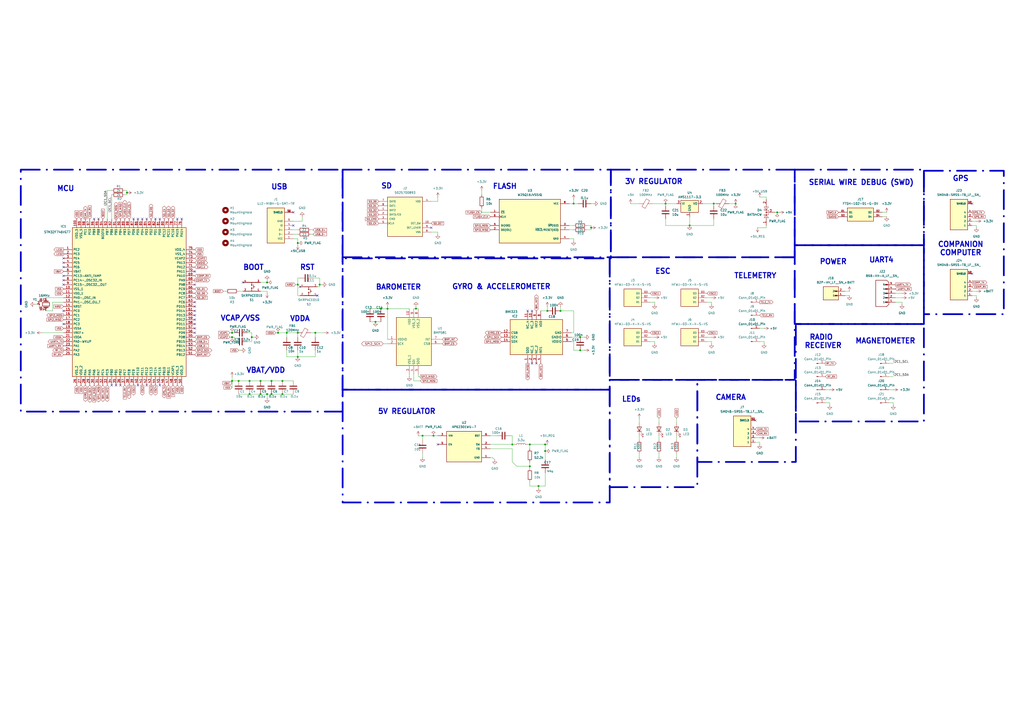
<source format=kicad_sch>
(kicad_sch (version 20250114) (generator "eeschema") (generator_version "9.0")
  (paper "A2")
  (lib_symbols
    (symbol "5025700893:5025700893" (pin_names (offset 1.016))
      (property "Reference" "J" (at -10.1637 10.1637 0))
      (property "Value" "5025700893" (at -10.168 -15.2521 0))
      (symbol "5025700893_0_0"
        (pin bidirectional line (at -15.24 7.62 0) (length 5.08) (name "DAT0") (number "7"))
        (pin bidirectional line (at -15.24 5.08 0) (length 5.08) (name "DAT1") (number "8"))
        (pin bidirectional line (at -15.24 2.54 0) (length 5.08) (name "DAT2") (number "1"))
        (pin bidirectional line (at -15.24 0 0) (length 5.08) (name "DAT3/CD") (number "2"))
        (pin bidirectional line (at -15.24 -2.54 0) (length 5.08) (name "CMD") (number "3"))
        (pin bidirectional clock (at -15.24 -5.08 0) (length 5.08) (name "CLK") (number "5"))
        (pin power_in line (at 15.24 7.62 180) (length 5.08) (name "VDD") (number "4"))
        (pin passive line (at 15.24 -5.08 180) (length 5.08) (name "DET_SW") (number "10"))
        (pin passive line (at 15.24 -7.62 180) (length 5.08) (name "DET_LEVER") (number "9"))
        (pin power_in line (at 15.24 -10.16 180) (length 5.08) (name "VSS") (number "6"))
      )
    )
    (symbol "AP62301WU-7:AP62301WU-7" (pin_names (offset 1.016))
      (property "Reference" "U" (at -10.16 8.382 0))
      (property "Value" "AP62301WU-7" (at -10.16 -12.7 0))
      (symbol "AP62301WU-7_0_0"
        (pin input line (at -15.24 5.08 0) (length 5.08) (name "VIN") (number "3"))
        (pin input line (at -15.24 0 0) (length 5.08) (name "EN") (number "5"))
        (pin input line (at 15.24 5.08 180) (length 5.08) (name "BST") (number "6"))
        (pin output line (at 15.24 0 180) (length 5.08) (name "SW") (number "2"))
        (pin input line (at 15.24 -2.54 180) (length 5.08) (name "FB") (number "4"))
        (pin power_in line (at 15.24 -7.62 180) (length 5.08) (name "GND") (number "1"))
      )
    )
    (symbol "BMI323:BMI323"
      (property "Reference" "IC" (at 26.67 15.24 0))
      (property "Value" "BMI323" (at 26.67 12.7 0))
      (symbol "BMI323_1_1"
        (pin passive line (at 0 0 0) (length 5.08) (name "SDO") (number "1"))
        (pin passive line (at 0 -2.54 0) (length 5.08) (name "NC_1") (number "2"))
        (pin passive line (at 0 -5.08 0) (length 5.08) (name "NC_2") (number "3"))
        (pin passive line (at 0 -7.62 0) (length 5.08) (name "INT1") (number "4"))
        (pin passive line (at 12.7 15.24 270) (length 5.08) (name "SDX") (number "14"))
        (pin passive line (at 12.7 -25.4 90) (length 5.08) (name "VDDIO") (number "5"))
        (pin passive line (at 15.24 15.24 270) (length 5.08) (name "SCX") (number "13"))
        (pin passive line (at 15.24 -25.4 90) (length 5.08) (name "GNDIO") (number "6"))
        (pin passive line (at 17.78 15.24 270) (length 5.08) (name "CSB") (number "12"))
        (pin passive line (at 17.78 -25.4 90) (length 5.08) (name "GND") (number "7"))
        (pin passive line (at 30.48 0 180) (length 5.08) (name "NC_4") (number "11"))
        (pin passive line (at 30.48 -2.54 180) (length 5.08) (name "NC_3") (number "10"))
        (pin passive line (at 30.48 -5.08 180) (length 5.08) (name "INT2") (number "9"))
        (pin passive line (at 30.48 -7.62 180) (length 5.08) (name "VDD") (number "8"))
      )
    )
    (symbol "BMP581:BMP581"
      (property "Reference" "U" (at 26.67 17.78 0))
      (property "Value" "BMP581" (at 26.67 15.24 0))
      (symbol "BMP581_1_1"
        (pin passive line (at 0 0 0) (length 5.08) (name "VDDIO") (number "1"))
        (pin passive line (at 0 -2.54 0) (length 5.08) (name "SCK") (number "2"))
        (pin passive line (at 12.7 17.78 270) (length 5.08) (name "VDD") (number "10"))
        (pin passive line (at 12.7 -20.32 90) (length 5.08) (name "VSS_1") (number "3"))
        (pin passive line (at 15.24 17.78 270) (length 5.08) (name "VSS_3") (number "9"))
        (pin passive line (at 15.24 -20.32 90) (length 5.08) (name "SDI") (number "4"))
        (pin passive line (at 17.78 17.78 270) (length 5.08) (name "VSS_2") (number "8"))
        (pin passive line (at 17.78 -20.32 90) (length 5.08) (name "SDO") (number "5"))
        (pin passive line (at 30.48 0 180) (length 5.08) (name "INT") (number "7"))
        (pin passive line (at 30.48 -2.54 180) (length 5.08) (name "CSB") (number "6"))
      )
    )
    (symbol "CAM_GPS_COMP Connector:SM04B-SRSS-TB_LF__SN_" (pin_names (offset 1.016))
      (property "Reference" "J" (at -5.0831 8.1433 0))
      (property "Value" "SM04B-SRSS-TB_LF__SN_" (at -5.0835 -11.9557 0))
      (symbol "SM04B-SRSS-TB_LF__SN__0_0"
        (pin passive line (at -7.62 5.08 0) (length 2.54) (name "1") (number "1"))
        (pin passive line (at -7.62 2.54 0) (length 2.54) (name "2") (number "2"))
        (pin passive line (at -7.62 0 0) (length 2.54) (name "3") (number "3"))
        (pin passive line (at -7.62 -2.54 0) (length 2.54) (name "4") (number "4"))
        (pin passive line (at -7.62 -7.62 0) (length 2.54) (name "SHIELD") (number "S1"))
        (pin passive line (at -7.62 -7.62 0) (length 2.54) (name "SHIELD") (number "S2"))
      )
    )
    (symbol "Connector:Conn_01x01_Pin" (pin_names (offset 1.016) (hide yes))
      (property "Reference" "J" (at 0 2.54 0))
      (property "Value" "Conn_01x01_Pin" (at 0 -2.54 0))
      (symbol "Conn_01x01_Pin_1_1"
        (pin passive line (at 5.08 0 180) (length 3.81) (name "Pin_1") (number "1"))
      )
    )
    (symbol "Device:C" (pin_numbers (hide yes)) (pin_names (offset 0.254))
      (property "Reference" "C" (at 0.635 2.54 0))
      (property "Value" "C" (at 0.635 -2.54 0))
      (symbol "C_1_1"
        (pin passive line (at 0 3.81 270) (length 2.794) (name "~") (number "1"))
        (pin passive line (at 0 -3.81 90) (length 2.794) (name "~") (number "2"))
      )
    )
    (symbol "Device:FerriteBead" (pin_numbers (hide yes)) (pin_names (offset 0))
      (property "Reference" "FB" (at -3.81 0.635 90))
      (property "Value" "FerriteBead" (at 3.81 0 90))
      (symbol "FerriteBead_1_1"
        (pin passive line (at 0 3.81 270) (length 2.54) (name "~") (number "1"))
        (pin passive line (at 0 -3.81 90) (length 2.54) (name "~") (number "2"))
      )
    )
    (symbol "Device:L" (pin_numbers (hide yes)) (pin_names (offset 1.016) (hide yes))
      (property "Reference" "L" (at -1.27 0 90))
      (property "Value" "L" (at 1.905 0 90))
      (symbol "L_1_1"
        (pin passive line (at 0 3.81 270) (length 1.27) (name "1") (number "1"))
        (pin passive line (at 0 -3.81 90) (length 1.27) (name "2") (number "2"))
      )
    )
    (symbol "Device:LED" (pin_numbers (hide yes)) (pin_names (offset 1.016) (hide yes))
      (property "Reference" "D" (at 0 2.54 0))
      (property "Value" "LED" (at 0 -2.54 0))
      (symbol "LED_1_1"
        (pin passive line (at -3.81 0 0) (length 2.54) (name "K") (number "1"))
        (pin passive line (at 3.81 0 180) (length 2.54) (name "A") (number "2"))
      )
    )
    (symbol "Device:R" (pin_numbers (hide yes)) (pin_names (offset 0))
      (property "Reference" "R" (at 2.032 0 90))
      (property "Value" "R" (at 0 0 90))
      (symbol "R_1_1"
        (pin passive line (at 0 3.81 270) (length 1.27) (name "~") (number "1"))
        (pin passive line (at 0 -3.81 90) (length 1.27) (name "~") (number "2"))
      )
    )
    (symbol "Device:Resonator" (pin_names (offset 1.016) (hide yes))
      (property "Reference" "Y" (at 0 5.715 0))
      (property "Value" "Resonator" (at 0 3.81 0))
      (symbol "Resonator_1_1"
        (pin passive line (at -3.81 0 0) (length 1.27) (name "1") (number "1"))
        (pin passive line (at 0 -5.08 90) (length 1.27) (name "2") (number "2"))
        (pin passive line (at 3.81 0 180) (length 1.27) (name "3") (number "3"))
      )
    )
    (symbol "Diode:BAT54CW" (pin_names (offset 1.016))
      (property "Reference" "D" (at 0.635 -3.81 0))
      (property "Value" "BAT54CW" (at -6.35 3.175 0))
      (symbol "BAT54CW_1_1"
        (pin passive line (at -7.62 0 0) (length 3.81) (name "~") (number "1"))
        (pin passive line (at 0 -5.08 90) (length 5.08) (name "~") (number "3"))
        (pin passive line (at 7.62 0 180) (length 3.81) (name "~") (number "2"))
      )
    )
    (symbol "ESC Connector:HFWJ-03-X-X-S-VS" (pin_names (offset 1.016))
      (property "Reference" "J" (at -5.08 5.842 0))
      (property "Value" "HFWJ-03-X-X-S-VS" (at -5.08 -5.842 0))
      (symbol "HFWJ-03-X-X-S-VS_0_0"
        (pin passive line (at -10.16 2.54 0) (length 5.08) (name "01") (number "01"))
        (pin passive line (at -10.16 0 0) (length 5.08) (name "02") (number "02"))
        (pin passive line (at -10.16 -2.54 0) (length 5.08) (name "03") (number "03"))
      )
    )
    (symbol "Mechanical:MountingHole" (pin_names (offset 1.016)) (in_bom no)
      (property "Reference" "H" (at 0 5.08 0))
      (property "Value" "MountingHole" (at 0 3.175 0))
    )
    (symbol "Power Connector:B2P-VH_LF__SN_" (pin_names (offset 1.016))
      (property "Reference" "J" (at -2.54 3.302 0))
      (property "Value" "B2P-VH_LF__SN_" (at -2.54 -7.62 0))
      (symbol "B2P-VH_LF__SN__0_0"
        (pin passive line (at -7.62 0 0) (length 5.08) (name "1") (number "1"))
        (pin passive line (at -7.62 -2.54 0) (length 5.08) (name "2") (number "2"))
      )
    )
    (symbol "Regulator_Linear:AMS1117-3.3"
      (property "Reference" "U" (at -3.81 3.175 0))
      (property "Value" "AMS1117-3.3" (at 0 3.175 0))
      (symbol "AMS1117-3.3_1_1"
        (pin power_in line (at -7.62 0 0) (length 2.54) (name "VI") (number "3"))
        (pin power_in line (at 0 -7.62 90) (length 2.54) (name "GND") (number "1"))
        (pin power_out line (at 7.62 0 180) (length 2.54) (name "VO") (number "2"))
      )
    )
    (symbol "SKRPACE010:SKRPACE010" (pin_names (offset 1.016))
      (property "Reference" "S" (at -2.5431 5.0863 0))
      (property "Value" "SKRPACE010" (at -2.5442 -5.0884 0))
      (symbol "SKRPACE010_0_0"
        (pin bidirectional line (at -5.08 2.54 0) (length 2.54) (name "~") (number "1"))
        (pin bidirectional line (at -5.08 -2.54 0) (length 2.54) (name "~") (number "3"))
        (pin bidirectional line (at 5.08 2.54 180) (length 2.54) (name "~") (number "2"))
        (pin bidirectional line (at 5.08 -2.54 180) (length 2.54) (name "~") (number "4"))
      )
    )
    (symbol "STM32F746VGT7:STM32F746VGT7"
      (property "Reference" "IC" (at 72.39 17.78 0))
      (property "Value" "STM32F746VGT7" (at 72.39 15.24 0))
      (symbol "STM32F746VGT7_1_1"
        (pin passive line (at 0 0 0) (length 5.08) (name "PE2") (number "1"))
        (pin passive line (at 0 -2.54 0) (length 5.08) (name "PE3") (number "2"))
        (pin passive line (at 0 -5.08 0) (length 5.08) (name "PE4") (number "3"))
        (pin passive line (at 0 -7.62 0) (length 5.08) (name "PE5") (number "4"))
        (pin passive line (at 0 -10.16 0) (length 5.08) (name "PE6") (number "5"))
        (pin passive line (at 0 -12.7 0) (length 5.08) (name "VBAT") (number "6"))
        (pin passive line (at 0 -15.24 0) (length 5.08) (name "PC13-ANTI_TAMP") (number "7"))
        (pin passive line (at 0 -17.78 0) (length 5.08) (name "PC14-_OSC32_IN") (number "8"))
        (pin passive line (at 0 -20.32 0) (length 5.08) (name "PC15-_OSC32__OUT") (number "9"))
        (pin passive line (at 0 -22.86 0) (length 5.08) (name "VSS_1") (number "10"))
        (pin passive line (at 0 -25.4 0) (length 5.08) (name "VDD_1") (number "11"))
        (pin passive line (at 0 -27.94 0) (length 5.08) (name "PH0-_OSC_IN") (number "12"))
        (pin passive line (at 0 -30.48 0) (length 5.08) (name "PH1-_OSC_OU_T") (number "13"))
        (pin passive line (at 0 -33.02 0) (length 5.08) (name "NRST") (number "14"))
        (pin passive line (at 0 -35.56 0) (length 5.08) (name "PC0") (number "15"))
        (pin passive line (at 0 -38.1 0) (length 5.08) (name "PC1") (number "16"))
        (pin passive line (at 0 -40.64 0) (length 5.08) (name "PC2") (number "17"))
        (pin passive line (at 0 -43.18 0) (length 5.08) (name "PC3") (number "18"))
        (pin passive line (at 0 -45.72 0) (length 5.08) (name "VSSA") (number "19"))
        (pin passive line (at 0 -48.26 0) (length 5.08) (name "VREF+") (number "20"))
        (pin passive line (at 0 -50.8 0) (length 5.08) (name "VDDA") (number "21"))
        (pin passive line (at 0 -53.34 0) (length 5.08) (name "PA0-WKUP") (number "22"))
        (pin passive line (at 0 -55.88 0) (length 5.08) (name "PA1") (number "23"))
        (pin passive line (at 0 -58.42 0) (length 5.08) (name "PA2") (number "24"))
        (pin passive line (at 0 -60.96 0) (length 5.08) (name "PA3") (number "25"))
        (pin passive line (at 7.62 17.78 270) (length 5.08) (name "VDD_5") (number "100"))
        (pin passive line (at 7.62 -78.74 90) (length 5.08) (name "VSS_2") (number "26"))
        (pin passive line (at 10.16 17.78 270) (length 5.08) (name "VSS_5") (number "99"))
        (pin passive line (at 10.16 -78.74 90) (length 5.08) (name "VDD_2") (number "27"))
        (pin passive line (at 12.7 17.78 270) (length 5.08) (name "PE1") (number "98"))
        (pin passive line (at 12.7 -78.74 90) (length 5.08) (name "PA4") (number "28"))
        (pin passive line (at 15.24 17.78 270) (length 5.08) (name "PE0") (number "97"))
        (pin passive line (at 15.24 -78.74 90) (length 5.08) (name "PA5") (number "29"))
        (pin passive line (at 17.78 17.78 270) (length 5.08) (name "PB9") (number "96"))
        (pin passive line (at 17.78 -78.74 90) (length 5.08) (name "PA6") (number "30"))
        (pin passive line (at 20.32 17.78 270) (length 5.08) (name "PB8") (number "95"))
        (pin passive line (at 20.32 -78.74 90) (length 5.08) (name "PA7") (number "31"))
        (pin passive line (at 22.86 17.78 270) (length 5.08) (name "BOOT0") (number "94"))
        (pin passive line (at 22.86 -78.74 90) (length 5.08) (name "PC4") (number "32"))
        (pin passive line (at 25.4 17.78 270) (length 5.08) (name "PB7") (number "93"))
        (pin passive line (at 25.4 -78.74 90) (length 5.08) (name "PC5") (number "33"))
        (pin passive line (at 27.94 17.78 270) (length 5.08) (name "PB6") (number "92"))
        (pin passive line (at 27.94 -78.74 90) (length 5.08) (name "PB0") (number "34"))
        (pin passive line (at 30.48 17.78 270) (length 5.08) (name "PB5") (number "91"))
        (pin passive line (at 30.48 -78.74 90) (length 5.08) (name "PB1") (number "35"))
        (pin passive line (at 33.02 17.78 270) (length 5.08) (name "PB4") (number "90"))
        (pin passive line (at 33.02 -78.74 90) (length 5.08) (name "PB2") (number "36"))
        (pin passive line (at 35.56 17.78 270) (length 5.08) (name "PB3") (number "89"))
        (pin passive line (at 35.56 -78.74 90) (length 5.08) (name "PE7") (number "37"))
        (pin passive line (at 38.1 17.78 270) (length 5.08) (name "PD7") (number "88"))
        (pin passive line (at 38.1 -78.74 90) (length 5.08) (name "PE8") (number "38"))
        (pin passive line (at 40.64 17.78 270) (length 5.08) (name "PD6") (number "87"))
        (pin passive line (at 40.64 -78.74 90) (length 5.08) (name "PE9") (number "39"))
        (pin passive line (at 43.18 17.78 270) (length 5.08) (name "PD5") (number "86"))
        (pin passive line (at 43.18 -78.74 90) (length 5.08) (name "PE10") (number "40"))
        (pin passive line (at 45.72 17.78 270) (length 5.08) (name "PD4") (number "85"))
        (pin passive line (at 45.72 -78.74 90) (length 5.08) (name "PE11") (number "41"))
        (pin passive line (at 48.26 17.78 270) (length 5.08) (name "PD3") (number "84"))
        (pin passive line (at 48.26 -78.74 90) (length 5.08) (name "PE12") (number "42"))
        (pin passive line (at 50.8 17.78 270) (length 5.08) (name "PD2") (number "83"))
        (pin passive line (at 50.8 -78.74 90) (length 5.08) (name "PE13") (number "43"))
        (pin passive line (at 53.34 17.78 270) (length 5.08) (name "PD1") (number "82"))
        (pin passive line (at 53.34 -78.74 90) (length 5.08) (name "PE14") (number "44"))
        (pin passive line (at 55.88 17.78 270) (length 5.08) (name "PD0") (number "81"))
        (pin passive line (at 55.88 -78.74 90) (length 5.08) (name "PE15") (number "45"))
        (pin passive line (at 58.42 17.78 270) (length 5.08) (name "PC12") (number "80"))
        (pin passive line (at 58.42 -78.74 90) (length 5.08) (name "PB10") (number "46"))
        (pin passive line (at 60.96 17.78 270) (length 5.08) (name "PC11") (number "79"))
        (pin passive line (at 60.96 -78.74 90) (length 5.08) (name "PB11") (number "47"))
        (pin passive line (at 63.5 17.78 270) (length 5.08) (name "PC10") (number "78"))
        (pin passive line (at 63.5 -78.74 90) (length 5.08) (name "VCAP1") (number "48"))
        (pin passive line (at 66.04 17.78 270) (length 5.08) (name "PA15") (number "77"))
        (pin passive line (at 66.04 -78.74 90) (length 5.08) (name "VSS_3") (number "49"))
        (pin passive line (at 68.58 17.78 270) (length 5.08) (name "PA14") (number "76"))
        (pin passive line (at 68.58 -78.74 90) (length 5.08) (name "VDD_3") (number "50"))
        (pin passive line (at 76.2 0 180) (length 5.08) (name "VDD_4") (number "75"))
        (pin passive line (at 76.2 -2.54 180) (length 5.08) (name "VSS_4") (number "74"))
        (pin passive line (at 76.2 -5.08 180) (length 5.08) (name "VCAP2") (number "73"))
        (pin passive line (at 76.2 -7.62 180) (length 5.08) (name "PA13") (number "72"))
        (pin passive line (at 76.2 -10.16 180) (length 5.08) (name "PA12") (number "71"))
        (pin passive line (at 76.2 -12.7 180) (length 5.08) (name "PA11") (number "70"))
        (pin passive line (at 76.2 -15.24 180) (length 5.08) (name "PA10") (number "69"))
        (pin passive line (at 76.2 -17.78 180) (length 5.08) (name "PA9") (number "68"))
        (pin passive line (at 76.2 -20.32 180) (length 5.08) (name "PA8") (number "67"))
        (pin passive line (at 76.2 -22.86 180) (length 5.08) (name "PC9") (number "66"))
        (pin passive line (at 76.2 -25.4 180) (length 5.08) (name "PC8") (number "65"))
        (pin passive line (at 76.2 -27.94 180) (length 5.08) (name "PC7") (number "64"))
        (pin passive line (at 76.2 -30.48 180) (length 5.08) (name "PC6") (number "63"))
        (pin passive line (at 76.2 -33.02 180) (length 5.08) (name "PD15") (number "62"))
        (pin passive line (at 76.2 -35.56 180) (length 5.08) (name "PD14") (number "61"))
        (pin passive line (at 76.2 -38.1 180) (length 5.08) (name "PD13") (number "60"))
        (pin passive line (at 76.2 -40.64 180) (length 5.08) (name "PD12") (number "59"))
        (pin passive line (at 76.2 -43.18 180) (length 5.08) (name "PD11") (number "58"))
        (pin passive line (at 76.2 -45.72 180) (length 5.08) (name "PD10") (number "57"))
        (pin passive line (at 76.2 -48.26 180) (length 5.08) (name "PD9") (number "56"))
        (pin passive line (at 76.2 -50.8 180) (length 5.08) (name "PD8") (number "55"))
        (pin passive line (at 76.2 -53.34 180) (length 5.08) (name "PB15") (number "54"))
        (pin passive line (at 76.2 -55.88 180) (length 5.08) (name "PB14") (number "53"))
        (pin passive line (at 76.2 -58.42 180) (length 5.08) (name "PB13") (number "52"))
        (pin passive line (at 76.2 -60.96 180) (length 5.08) (name "PB12") (number "51"))
      )
    )
    (symbol "SWD Connector:FTSH-102-01-G-DV" (pin_names (offset 1.016))
      (property "Reference" "J" (at -8.12 5.08 0))
      (property "Value" "FTSH-102-01-G-DV" (at -7.62 -5.08 0))
      (symbol "FTSH-102-01-G-DV_0_0"
        (pin passive line (at -12.7 2.54 0) (length 5.08) (name "01") (number "01"))
        (pin passive line (at -12.7 0 0) (length 5.08) (name "03") (number "03"))
        (pin passive line (at 12.7 2.54 180) (length 5.08) (name "02") (number "02"))
        (pin passive line (at 12.7 0 180) (length 5.08) (name "04") (number "04"))
      )
    )
    (symbol "UART Connector:B5B-XH-A_LF__SN_" (pin_names (offset 1.016))
      (property "Reference" "J" (at -2.54 8.89 0))
      (property "Value" "B5B-XH-A_LF__SN_" (at -2.54 -10.16 0))
      (symbol "B5B-XH-A_LF__SN__0_0"
        (pin passive line (at -7.62 5.08 0) (length 5.08) (name "1") (number "1"))
        (pin passive line (at -7.62 2.54 0) (length 5.08) (name "2") (number "2"))
        (pin passive line (at -7.62 0 0) (length 5.08) (name "3") (number "3"))
        (pin passive line (at -7.62 -2.54 0) (length 5.08) (name "4") (number "4"))
        (pin passive line (at -7.62 -5.08 0) (length 5.08) (name "5") (number "5"))
      )
    )
    (symbol "UJ2-MIBH-G-SMT-TR:UJ2-MIBH-G-SMT-TR" (pin_names (offset 1.016))
      (property "Reference" "J" (at -5.08 11.43 0))
      (property "Value" "UJ2-MIBH-G-SMT-TR" (at -5.08 -12.7 0))
      (symbol "UJ2-MIBH-G-SMT-TR_0_0"
        (pin power_in line (at -10.16 7.62 0) (length 5.08) (name "VCC") (number "1"))
        (pin bidirectional line (at -10.16 5.08 0) (length 5.08) (name "D-") (number "2"))
        (pin bidirectional line (at -10.16 2.54 0) (length 5.08) (name "D+") (number "3"))
        (pin bidirectional line (at -10.16 0 0) (length 5.08) (name "ID") (number "4"))
        (pin power_in line (at -10.16 -2.54 0) (length 5.08) (name "GND") (number "5"))
        (pin passive line (at -10.16 -7.62 0) (length 5.08) (name "SHIELD") (number "S1"))
        (pin passive line (at -10.16 -7.62 0) (length 5.08) (name "SHIELD") (number "S2"))
        (pin passive line (at -10.16 -7.62 0) (length 5.08) (name "SHIELD") (number "S3"))
        (pin passive line (at -10.16 -7.62 0) (length 5.08) (name "SHIELD") (number "S4"))
      )
    )
    (symbol "W25Q16JVSSIQ:W25Q16JVSSIQ" (pin_names (offset 1.016))
      (property "Reference" "U" (at -17.78 13.335 0))
      (property "Value" "W25Q16JVSSIQ" (at -17.78 -15.24 0))
      (symbol "W25Q16JVSSIQ_0_0"
        (pin input line (at -22.86 5.08 0) (length 5.08) (name "~{CS}") (number "1"))
        (pin input clock (at -22.86 2.54 0) (length 5.08) (name "CLK") (number "6"))
        (pin bidirectional line (at -22.86 -2.54 0) (length 5.08) (name "DI(IO0)") (number "5"))
        (pin bidirectional line (at -22.86 -5.08 0) (length 5.08) (name "DO(IO1)") (number "2"))
        (pin power_in line (at 22.86 10.16 180) (length 5.08) (name "VCC") (number "8"))
        (pin bidirectional line (at 22.86 -2.54 180) (length 5.08) (name "~{WP}(IO2)") (number "3"))
        (pin bidirectional line (at 22.86 -5.08 180) (length 5.08) (name "~{HOLD}/RESET(IO3)") (number "7"))
        (pin power_in line (at 22.86 -10.16 180) (length 5.08) (name "GND") (number "4"))
      )
    )
    (symbol "power:+3.3V" (power) (pin_numbers (hide yes)) (pin_names (offset 0) (hide yes))
      (property "Value" "+3.3V" (at 0 3.556 0))
      (symbol "+3.3V_1_1"
        (pin power_in line (at 0 0 90) (length 0) (name "~") (number "1"))
      )
    )
    (symbol "power:+5V" (power) (pin_numbers (hide yes)) (pin_names (offset 0) (hide yes))
      (property "Value" "+5V" (at 0 3.556 0))
      (symbol "+5V_1_1"
        (pin power_in line (at 0 0 90) (length 0) (name "~") (number "1"))
      )
    )
    (symbol "power:+BATT" (power) (pin_numbers (hide yes)) (pin_names (offset 0) (hide yes))
      (property "Value" "+BATT" (at 0 3.556 0))
      (symbol "+BATT_1_1"
        (pin power_in line (at 0 0 90) (length 0) (name "~") (number "1"))
      )
    )
    (symbol "power:GND" (power) (pin_numbers (hide yes)) (pin_names (offset 0) (hide yes))
      (property "Value" "GND" (at 0 -3.81 0))
      (symbol "GND_1_1"
        (pin power_in line (at 0 0 270) (length 0) (name "~") (number "1"))
      )
    )
    (symbol "power:PWR_FLAG" (power) (pin_numbers (hide yes)) (pin_names (offset 0) (hide yes))
      (property "Value" "PWR_FLAG" (at 0 3.81 0))
      (symbol "PWR_FLAG_0_0"
        (pin power_out line (at 0 0 90) (length 0) (name "~") (number "1"))
      )
    )
  )
  (rectangle (start 461.01 142.24) (end 535.94 187.96) (stroke (width 1) (type dash_dot)))
  (rectangle (start 198.755 226.06) (end 353.695 291.465) (stroke (width 1) (type dash_dot)))
  (rectangle (start 12.065 98.425) (end 198.755 238.76) (stroke (width 1) (type dash_dot)))
  (rectangle (start 404.495 220.345) (end 461.645 267.97) (stroke (width 1) (type dash_dot)))
  (rectangle (start 353.695 149.225) (end 461.01 220.345) (stroke (width 1) (type dash_dot)))
  (rectangle (start 461.645 187.96) (end 535.94 244.475) (stroke (width 1) (type dash_dot)))
  (rectangle (start 354.33 98.425) (end 461.01 149.225) (stroke (width 1) (type dash_dot)))
  (rectangle (start 353.695 220.345) (end 404.495 282.575) (stroke (width 1) (type dash_dot)))
  (rectangle (start 198.755 98.425) (end 354.33 149.86) (stroke (width 1) (type dash_dot)))
  (rectangle (start 461.01 98.425) (end 535.94 142.24) (stroke (width 1) (type dash_dot)))
  (rectangle (start 535.94 99.06) (end 582.295 182.245) (stroke (width 1) (type dash_dot)))
  (rectangle (start 198.755 149.225) (end 353.695 226.06) (stroke (width 1) (type dash_dot)))
  (text "5V REGULATOR" (at 235.966 238.76 0) (effects (font (size 3 3) (thickness 0.6) (bold yes))))
  (text "GPS" (at 557.276 103.632 0) (effects (font (size 3 3) (thickness 0.6) (bold yes))))
  (text "UART4\n" (at 511.302 150.876 0) (effects (font (size 3 3) (thickness 0.6) (bold yes))))
  (text "VCAP/VSS" (at 139.446 184.658 0) (effects (font (size 3 3) (thickness 0.6) (bold yes))))
  (text "USB" (at 162.052 108.458 0) (effects (font (size 3 3) (thickness 0.6) (bold yes))))
  (text "LEDs" (at 366.268 231.648 0) (effects (font (size 3 3) (thickness 0.6) (bold yes))))
  (text "BOOT" (at 147.066 155.194 0) (effects (font (size 3 3) (thickness 0.6) (bold yes))))
  (text "BAROMETER" (at 231.14 166.624 0) (effects (font (size 3 3) (thickness 0.6) (bold yes))))
  (text "POWER" (at 483.362 151.892 0) (effects (font (size 3 3) (thickness 0.6) (bold yes))))
  (text "MCU" (at 38.1 109.474 0) (effects (font (size 3 3) (thickness 0.6) (bold yes))))
  (text "ESC" (at 384.556 157.48 0) (effects (font (size 3 3) (thickness 0.6) (bold yes))))
  (text "COMPANION\nCOMPUTER" (at 557.276 144.272 0) (effects (font (size 3 3) (thickness 0.6) (bold yes))))
  (text "TELEMETRY" (at 438.15 160.02 0) (effects (font (size 3 3) (thickness 0.6) (bold yes))))
  (text "VBAT/VDD" (at 154.178 214.884 0) (effects (font (size 3 3) (thickness 0.6) (bold yes))))
  (text "MAGNETOMETER" (at 513.588 197.866 0) (effects (font (size 3 3) (thickness 0.6) (bold yes))))
  (text "FLASH\n" (at 292.862 108.204 0) (effects (font (size 3 3) (thickness 0.6) (bold yes))))
  (text "CAMERA\n" (at 423.926 230.632 0) (effects (font (size 3 3) (thickness 0.6) (bold yes))))
  (text "3V REGULATOR" (at 379.222 105.41 0) (effects (font (size 3 3) (thickness 0.6) (bold yes))))
  (text "SERIAL WIRE DEBUG (SWD)" (at 499.618 105.918 0) (effects (font (size 3 3) (thickness 0.6) (bold yes))))
  (text "RADIO \nRECEIVER\n" (at 477.52 198.12 0) (effects (font (size 3 3) (thickness 0.6) (bold yes))))
  (text "SD\n" (at 224.282 107.95 0) (effects (font (size 3 3) (thickness 0.6) (bold yes))))
  (text "VDDA" (at 173.99 184.912 0) (effects (font (size 3 3) (thickness 0.6) (bold yes))))
  (text "GYRO & ACCELEROMETER" (at 290.83 166.37 0) (effects (font (size 3 3) (thickness 0.6) (bold yes))))
  (text "RST" (at 178.308 155.194 0) (effects (font (size 3 3) (thickness 0.6) (bold yes))))
  (junction (at 157.48 220.98))
  (junction (at 185.42 165.1))
  (junction (at 297.18 257.81))
  (junction (at 134.62 195.58))
  (junction (at 172.72 207.01))
  (junction (at 414.02 118.11))
  (junction (at 307.34 257.81))
  (junction (at 450.85 123.19))
  (junction (at 157.48 228.6))
  (junction (at 336.55 203.2))
  (junction (at 241.3 179.07))
  (junction (at 386.08 118.11))
  (junction (at 336.55 195.58))
  (junction (at 138.43 220.98))
  (junction (at 154.94 228.6))
  (junction (at 172.72 165.1))
  (junction (at 151.13 220.98))
  (junction (at 166.37 193.04))
  (junction (at 316.23 257.81))
  (junction (at 224.79 179.07))
  (junction (at 172.72 193.04))
  (junction (at 332.74 118.11))
  (junction (at 146.05 195.58))
  (junction (at 400.05 130.81))
  (junction (at 134.62 193.04))
  (junction (at 163.83 220.98))
  (junction (at 161.29 193.04))
  (junction (at 154.94 163.83))
  (junction (at 134.62 220.98))
  (junction (at 144.78 220.98))
  (junction (at 317.5 180.34))
  (junction (at 426.72 118.11))
  (junction (at 220.98 179.07))
  (junction (at 312.42 281.94))
  (junction (at 251.46 252.73))
  (junction (at 325.12 180.34))
  (junction (at 217.805 186.69))
  (junction (at 182.88 193.04))
  (junction (at 151.13 228.6))
  (junction (at 316.23 261.62))
  (junction (at 144.78 228.6))
  (junction (at 163.83 228.6))
  (junction (at 245.11 252.73))
  (junction (at 172.72 140.97))
  (junction (at 342.9 132.08))
  (junction (at 73.66 111.76))
  (junction (at 307.34 270.51))
  (no_connect (at 92.71 127))
  (no_connect (at 57.15 127))
  (no_connect (at 36.83 154.94))
  (no_connect (at 36.83 149.86))
  (no_connect (at 77.47 127))
  (no_connect (at 92.71 223.52))
  (no_connect (at 254 257.81))
  (no_connect (at 113.03 157.48))
  (no_connect (at 250.19 132.08))
  (no_connect (at 90.17 127))
  (no_connect (at 85.09 223.52))
  (no_connect (at 113.03 190.5))
  (no_connect (at 54.61 127))
  (no_connect (at 113.03 185.42))
  (no_connect (at 308.61 210.82))
  (no_connect (at 113.03 165.1))
  (no_connect (at 80.01 127))
  (no_connect (at 69.85 223.52))
  (no_connect (at 85.09 127))
  (no_connect (at 113.03 193.04))
  (no_connect (at 113.03 187.96))
  (no_connect (at 438.15 243.84))
  (no_connect (at 113.03 182.88))
  (no_connect (at 173.99 166.37))
  (no_connect (at 113.03 177.8))
  (no_connect (at 563.88 118.11))
  (no_connect (at 308.61 180.34))
  (no_connect (at 113.03 175.26))
  (no_connect (at 36.83 162.56))
  (no_connect (at 306.07 180.34))
  (no_connect (at 67.31 223.52))
  (no_connect (at 36.83 165.1))
  (no_connect (at 170.18 130.81))
  (no_connect (at 563.88 158.75))
  (no_connect (at 184.15 171.45))
  (no_connect (at 170.18 123.19))
  (no_connect (at 82.55 127))
  (no_connect (at 36.83 180.34))
  (no_connect (at 36.83 187.96))
  (no_connect (at 311.15 210.82))
  (no_connect (at 113.03 180.34))
  (no_connect (at 102.87 127))
  (no_connect (at 80.01 223.52))
  (no_connect (at 140.97 163.83))
  (no_connect (at 64.77 223.52))
  (no_connect (at 36.83 160.02))
  (no_connect (at 36.83 152.4))
  (no_connect (at 105.41 127))
  (wire (pts (xy 161.29 193.04) (xy 166.37 193.04)))
  (wire (pts (xy 336.55 195.58) (xy 339.09 195.58)))
  (wire (pts (xy 134.62 220.98) (xy 138.43 220.98)))
  (wire (pts (xy 237.49 217.17) (xy 237.49 218.44)))
  (wire (pts (xy 284.48 252.73) (xy 288.29 252.73)))
  (wire (pts (xy 519.43 175.26) (xy 523.24 175.26)))
  (wire (pts (xy 284.48 265.43) (xy 285.75 265.43)))
  (wire (pts (xy 386.08 118.11) (xy 392.43 118.11)))
  (wire (pts (xy 313.69 180.34) (xy 317.5 180.34)))
  (wire (pts (xy 412.75 175.26) (xy 412.75 176.53)))
  (wire (pts (xy 377.19 172.72) (xy 379.73 172.72)))
  (wire (pts (xy 254 114.3) (xy 254 116.84)))
  (wire (pts (xy 316.23 261.62) (xy 316.23 266.7)))
  (wire (pts (xy 170.18 135.89) (xy 172.72 135.89)))
  (wire (pts (xy 287.02 266.7) (xy 285.75 265.43)))
  (wire (pts (xy 515.62 218.44) (xy 518.16 218.44)))
  (wire (pts (xy 138.43 228.6) (xy 144.78 228.6)))
  (wire (pts (xy 138.43 168.91) (xy 140.97 168.91)))
  (wire (pts (xy 151.13 220.98) (xy 157.48 220.98)))
  (wire (pts (xy 170.18 128.27) (xy 175.26 128.27)))
  (wire (pts (xy 143.51 198.12) (xy 146.05 198.12)))
  (wire (pts (xy 566.42 130.81) (xy 566.42 132.08)))
  (wire (pts (xy 412.75 198.12) (xy 412.75 199.39)))
  (wire (pts (xy 173.99 161.29) (xy 172.72 161.29)))
  (wire (pts (xy 377.19 198.12) (xy 379.73 198.12)))
  (wire (pts (xy 133.35 193.04) (xy 134.62 193.04)))
  (wire (pts (xy 519.43 172.72) (xy 523.24 172.72)))
  (wire (pts (xy 312.42 281.94) (xy 316.23 281.94)))
  (wire (pts (xy 154.94 170.18) (xy 154.94 168.91)))
  (wire (pts (xy 72.39 110.49) (xy 73.66 110.49)))
  (wire (pts (xy 330.2 118.11) (xy 332.74 118.11)))
  (wire (pts (xy 332.74 203.2) (xy 332.74 198.12)))
  (wire (pts (xy 138.43 220.98) (xy 144.78 220.98)))
  (wire (pts (xy 242.57 218.44) (xy 243.84 218.44)))
  (wire (pts (xy 154.94 228.6) (xy 154.94 231.14)))
  (wire (pts (xy 379.73 175.26) (xy 379.73 176.53)))
  (wire (pts (xy 449.58 123.19) (xy 450.85 123.19)))
  (wire (pts (xy 523.24 175.26) (xy 523.24 176.53)))
  (wire (pts (xy 21.59 176.53) (xy 20.32 176.53)))
  (wire (pts (xy 242.57 252.73) (xy 245.11 252.73)))
  (wire (pts (xy 340.36 130.81) (xy 342.9 130.81)))
  (wire (pts (xy 279.4 110.49) (xy 279.4 113.03)))
  (wire (pts (xy 172.72 165.1) (xy 172.72 171.45)))
  (wire (pts (xy 184.15 166.37) (xy 185.42 166.37)))
  (wire (pts (xy 245.11 252.73) (xy 245.11 255.27)))
  (wire (pts (xy 400.05 130.81) (xy 414.02 130.81)))
  (wire (pts (xy 312.42 281.94) (xy 312.42 283.21)))
  (wire (pts (xy 378.46 118.11) (xy 386.08 118.11)))
  (wire (pts (xy 36.83 175.26) (xy 30.48 175.26)))
  (wire (pts (xy 284.48 257.81) (xy 297.18 257.81)))
  (wire (pts (xy 515.62 226.06) (xy 518.16 226.06)))
  (wire (pts (xy 331.47 195.58) (xy 336.55 195.58)))
  (wire (pts (xy 166.37 203.2) (xy 166.37 207.01)))
  (wire (pts (xy 240.03 220.98) (xy 243.84 220.98)))
  (wire (pts (xy 332.74 115.57) (xy 332.74 118.11)))
  (wire (pts (xy 422.91 118.11) (xy 426.72 118.11)))
  (wire (pts (xy 138.43 203.2) (xy 139.7 203.2)))
  (wire (pts (xy 440.69 114.3) (xy 444.5 114.3)))
  (wire (pts (xy 414.02 118.11) (xy 415.29 118.11)))
  (wire (pts (xy 279.4 123.19) (xy 284.48 123.19)))
  (wire (pts (xy 331.47 193.04) (xy 332.74 193.04)))
  (wire (pts (xy 382.27 262.89) (xy 382.27 265.43)))
  (wire (pts (xy 163.83 228.6) (xy 170.18 228.6)))
  (wire (pts (xy 370.84 252.73) (xy 370.84 255.27)))
  (wire (pts (xy 515.62 210.82) (xy 518.16 210.82)))
  (wire (pts (xy 410.21 175.26) (xy 412.75 175.26)))
  (wire (pts (xy 250.19 116.84) (xy 254 116.84)))
  (wire (pts (xy 370.84 262.89) (xy 370.84 265.43)))
  (wire (pts (xy 295.91 252.73) (xy 297.18 252.73)))
  (wire (pts (xy 175.26 125.73) (xy 175.26 128.27)))
  (wire (pts (xy 180.34 133.35) (xy 181.61 133.35)))
  (wire (pts (xy 172.72 193.04) (xy 172.72 195.58)))
  (wire (pts (xy 250.19 134.62) (xy 254 134.62)))
  (wire (pts (xy 443.23 198.12) (xy 443.23 199.39)))
  (wire (pts (xy 240.03 179.07) (xy 241.3 179.07)))
  (wire (pts (xy 481.33 233.68) (xy 481.33 234.95)))
  (wire (pts (xy 224.79 179.07) (xy 224.79 196.85)))
  (wire (pts (xy 143.51 193.04) (xy 146.05 193.04)))
  (wire (pts (xy 410.21 195.58) (xy 412.75 195.58)))
  (wire (pts (xy 185.42 165.1) (xy 185.42 161.29)))
  (wire (pts (xy 307.34 257.81) (xy 307.34 260.35)))
  (wire (pts (xy 182.88 203.2) (xy 182.88 207.01)))
  (wire (pts (xy 180.34 193.04) (xy 182.88 193.04)))
  (wire (pts (xy 279.4 120.65) (xy 279.4 123.19)))
  (wire (pts (xy 214.63 186.69) (xy 217.805 186.69)))
  (wire (pts (xy 331.47 198.12) (xy 332.74 198.12)))
  (wire (pts (xy 160.02 193.04) (xy 161.29 193.04)))
  (wire (pts (xy 135.89 195.58) (xy 135.89 198.12)))
  (wire (pts (xy 299.72 270.51) (xy 307.34 270.51)))
  (wire (pts (xy 332.74 118.11) (xy 335.28 118.11)))
  (wire (pts (xy 154.94 163.83) (xy 154.94 162.56)))
  (wire (pts (xy 245.11 262.89) (xy 245.11 265.43)))
  (wire (pts (xy 478.79 233.68) (xy 481.33 233.68)))
  (wire (pts (xy 325.12 180.34) (xy 332.74 180.34)))
  (wire (pts (xy 146.05 195.58) (xy 147.32 195.58)))
  (wire (pts (xy 307.34 257.81) (xy 316.23 257.81)))
  (wire (pts (xy 242.57 217.17) (xy 242.57 218.44)))
  (wire (pts (xy 392.43 252.73) (xy 392.43 255.27)))
  (wire (pts (xy 214.63 179.07) (xy 220.98 179.07)))
  (wire (pts (xy 255.27 199.39) (xy 256.54 199.39)))
  (wire (pts (xy 342.9 130.81) (xy 342.9 132.08)))
  (wire (pts (xy 254 134.62) (xy 254 135.89)))
  (wire (pts (xy 377.19 195.58) (xy 379.73 195.58)))
  (wire (pts (xy 478.79 226.06) (xy 481.33 226.06)))
  (wire (pts (xy 386.08 130.81) (xy 400.05 130.81)))
  (wire (pts (xy 166.37 207.01) (xy 172.72 207.01)))
  (wire (pts (xy 255.27 196.85) (xy 256.54 196.85)))
  (wire (pts (xy 410.21 198.12) (xy 412.75 198.12)))
  (wire (pts (xy 382.27 252.73) (xy 382.27 255.27)))
  (wire (pts (xy 154.94 228.6) (xy 157.48 228.6)))
  (wire (pts (xy 440.69 256.54) (xy 440.69 257.81)))
  (wire (pts (xy 297.18 252.73) (xy 297.18 257.81)))
  (wire (pts (xy 166.37 193.04) (xy 172.72 193.04)))
  (wire (pts (xy 392.43 242.57) (xy 392.43 245.11)))
  (wire (pts (xy 414.02 118.11) (xy 414.02 119.38)))
  (wire (pts (xy 519.43 170.18) (xy 523.24 170.18)))
  (wire (pts (xy 134.62 193.04) (xy 135.89 193.04)))
  (wire (pts (xy 306.07 257.81) (xy 307.34 257.81)))
  (wire (pts (xy 182.88 193.04) (xy 187.96 193.04)))
  (wire (pts (xy 62.23 110.49) (xy 64.77 110.49)))
  (wire (pts (xy 330.2 138.43) (xy 332.74 138.43)))
  (wire (pts (xy 407.67 118.11) (xy 414.02 118.11)))
  (wire (pts (xy 73.66 111.76) (xy 73.66 113.03)))
  (wire (pts (xy 172.72 207.01) (xy 182.88 207.01)))
  (wire (pts (xy 151.13 228.6) (xy 154.94 228.6)))
  (wire (pts (xy 182.88 193.04) (xy 182.88 195.58)))
  (wire (pts (xy 157.48 228.6) (xy 163.83 228.6)))
  (wire (pts (xy 330.2 133.35) (xy 332.74 133.35)))
  (wire (pts (xy 172.72 171.45) (xy 173.99 171.45)))
  (wire (pts (xy 317.5 180.34) (xy 317.5 177.8)))
  (wire (pts (xy 410.21 172.72) (xy 412.75 172.72)))
  (wire (pts (xy 241.3 179.07) (xy 242.57 179.07)))
  (wire (pts (xy 245.11 252.73) (xy 251.46 252.73)))
  (wire (pts (xy 133.35 195.58) (xy 134.62 195.58)))
  (wire (pts (xy 377.19 175.26) (xy 379.73 175.26)))
  (wire (pts (xy 180.34 135.89) (xy 181.61 135.89)))
  (wire (pts (xy 336.55 203.2) (xy 339.09 203.2)))
  (wire (pts (xy 170.18 133.35) (xy 172.72 133.35)))
  (wire (pts (xy 185.42 165.1) (xy 185.42 166.37)))
  (wire (pts (xy 386.08 118.11) (xy 386.08 119.38)))
  (wire (pts (xy 379.73 198.12) (xy 379.73 199.39)))
  (wire (pts (xy 222.25 199.39) (xy 224.79 199.39)))
  (wire (pts (xy 325.12 180.34) (xy 325.12 177.8)))
  (wire (pts (xy 382.27 242.57) (xy 382.27 245.11)))
  (wire (pts (xy 163.83 220.98) (xy 170.18 220.98)))
  (wire (pts (xy 166.37 193.04) (xy 166.37 195.58)))
  (wire (pts (xy 144.78 220.98) (xy 151.13 220.98)))
  (wire (pts (xy 332.74 193.04) (xy 332.74 180.34)))
  (wire (pts (xy 365.76 118.11) (xy 370.84 118.11)))
  (wire (pts (xy 36.83 172.72) (xy 26.67 172.72)))
  (wire (pts (xy 284.48 260.35) (xy 297.18 260.35)))
  (wire (pts (xy 251.46 252.73) (xy 254 252.73)))
  (wire (pts (xy 440.69 198.12) (xy 443.23 198.12)))
  (wire (pts (xy 36.83 193.04) (xy 24.13 193.04)))
  (wire (pts (xy 171.45 165.1) (xy 172.72 165.1)))
  (wire (pts (xy 518.16 233.68) (xy 518.16 234.95)))
  (wire (pts (xy 340.36 133.35) (xy 342.9 133.35)))
  (wire (pts (xy 511.81 123.19) (xy 514.35 123.19)))
  (wire (pts (xy 134.62 220.98) (xy 134.62 224.79)))
  (wire (pts (xy 438.15 254) (xy 440.69 254)))
  (wire (pts (xy 134.62 218.44) (xy 134.62 220.98)))
  (wire (pts (xy 64.77 113.03) (xy 64.77 127)))
  (wire (pts (xy 146.05 193.04) (xy 146.05 195.58)))
  (wire (pts (xy 392.43 262.89) (xy 392.43 265.43)))
  (wire (pts (xy 217.805 186.69) (xy 220.98 186.69)))
  (wire (pts (xy 172.72 161.29) (xy 172.72 165.1)))
  (wire (pts (xy 172.72 138.43) (xy 172.72 140.97)))
  (wire (pts (xy 342.9 132.08) (xy 342.9 133.35)))
  (wire (pts (xy 439.42 132.08) (xy 444.5 132.08)))
  (wire (pts (xy 30.48 180.34) (xy 26.67 180.34)))
  (wire (pts (xy 73.66 110.49) (xy 73.66 111.76)))
  (wire (pts (xy 438.15 256.54) (xy 440.69 256.54)))
  (wire (pts (xy 332.74 138.43) (xy 332.74 139.7)))
  (wire (pts (xy 440.69 190.5) (xy 443.23 190.5)))
  (wire (pts (xy 297.18 267.97) (xy 299.72 270.51)))
  (wire (pts (xy 444.5 130.81) (xy 444.5 132.08)))
  (wire (pts (xy 62.23 110.49) (xy 62.23 127)))
  (wire (pts (xy 220.98 179.07) (xy 224.79 179.07)))
  (wire (pts (xy 316.23 257.81) (xy 316.23 261.62)))
  (wire (pts (xy 134.62 195.58) (xy 135.89 195.58)))
  (wire (pts (xy 307.34 281.94) (xy 312.42 281.94)))
  (wire (pts (xy 154.94 168.91) (xy 151.13 168.91)))
  (wire (pts (xy 72.39 113.03) (xy 73.66 113.03)))
  (wire (pts (xy 146.05 195.58) (xy 146.05 198.12)))
  (wire (pts (xy 444.5 114.3) (xy 444.5 115.57)))
  (wire (pts (xy 307.34 270.51) (xy 307.34 271.78)))
  (wire (pts (xy 240.03 217.17) (xy 240.03 220.98)))
  (wire (pts (xy 566.42 171.45) (xy 566.42 172.72)))
  (wire (pts (xy 157.48 220.98) (xy 163.83 220.98)))
  (wire (pts (xy 490.22 168.91) (xy 492.76 168.91)))
  (wire (pts (xy 342.9 118.11) (xy 344.17 118.11)))
  (wire (pts (xy 297.18 257.81) (xy 298.45 257.81)))
  (wire (pts (xy 185.42 161.29) (xy 181.61 161.29)))
  (wire (pts (xy 316.23 274.32) (xy 316.23 281.94)))
  (wire (pts (xy 563.88 168.91) (xy 566.42 168.91)))
  (wire (pts (xy 224.79 179.07) (xy 237.49 179.07)))
  (wire (pts (xy 172.72 203.2) (xy 172.72 207.01)))
  (wire (pts (xy 170.18 138.43) (xy 172.72 138.43)))
  (wire (pts (xy 563.88 130.81) (xy 566.42 130.81)))
  (wire (pts (xy 129.54 168.91) (xy 130.81 168.91)))
  (wire (pts (xy 241.3 177.8) (xy 241.3 179.07)))
  (wire (pts (xy 154.94 163.83) (xy 151.13 163.83)))
  (wire (pts (xy 186.69 165.1) (xy 185.42 165.1)))
  (wire (pts (xy 172.72 140.97) (xy 172.72 142.24)))
  (wire (pts (xy 224.79 177.8) (xy 224.79 179.07)))
  (wire (pts (xy 30.48 180.34) (xy 30.48 175.26)))
  (wire (pts (xy 414.02 127) (xy 414.02 130.81)))
  (wire (pts (xy 515.62 233.68) (xy 518.16 233.68)))
  (wire (pts (xy 511.81 125.73) (xy 514.35 125.73)))
  (wire (pts (xy 297.18 260.35) (xy 297.18 267.97)))
  (wire (pts (xy 307.34 267.97) (xy 307.34 270.51)))
  (wire (pts (xy 450.85 123.19) (xy 452.12 123.19)))
  (wire (pts (xy 144.78 228.6) (xy 151.13 228.6)))
  (wire (pts (xy 332.74 203.2) (xy 336.55 203.2)))
  (wire (pts (xy 563.88 128.27) (xy 566.42 128.27)))
  (wire (pts (xy 400.05 125.73) (xy 400.05 130.81)))
  (wire (pts (xy 563.88 171.45) (xy 566.42 171.45)))
  (wire (pts (xy 370.84 242.57) (xy 370.84 245.11)))
  (wire (pts (xy 307.34 279.4) (xy 307.34 281.94)))
  (wire (pts (xy 386.08 127) (xy 386.08 130.81)))
  (wire (pts (xy 330.2 130.81) (xy 332.74 130.81)))
  (wire (pts (xy 490.22 171.45) (xy 492.76 171.45)))
  (wire (pts (xy 316.23 257.81) (xy 317.5 257.81)))
  (label "I2C1_SDA" (at 62.23 110.49 270))
  (label "I2C1_SCL" (at 64.77 114.3 270))
  (label "I2C1_SCL" (at 518.16 210.82 0))
  (label "I2C1_SDA" (at 518.16 218.44 0))
  (global_label "CAM_TX" (shape input) (at 438.15 248.92 0) (effects (font (size 1 1))) (property "Intersheetrefs" "${INTERSHEET_REFS}" (effects (hide yes))))
  (global_label "SD_CMD" (shape input) (at 219.71 127 180) (effects (font (size 1 1))) (property "Intersheetrefs" "${INTERSHEET_REFS}" (effects (hide yes))))
  (global_label "SPI3_MOSI" (shape output) (at 67.31 127 90) (effects (font (size 1 1))) (property "Intersheetrefs" "${INTERSHEET_REFS}" (effects (hide yes))))
  (global_label "UART4_RX" (shape input) (at 519.43 167.64 0) (effects (font (size 1 1))) (property "Intersheetrefs" "${INTERSHEET_REFS}" (effects (hide yes))))
  (global_label "VBAT" (shape input) (at 134.62 222.25 180) (effects (font (size 1 1))) (property "Intersheetrefs" "${INTERSHEET_REFS}" (effects (hide yes))))
  (global_label "RF_TX" (shape output) (at 36.83 203.2 180) (effects (font (size 1 1))) (property "Intersheetrefs" "${INTERSHEET_REFS}" (effects (hide yes))))
  (global_label "SD_D0" (shape bidirectional) (at 113.03 170.18 0) (effects (font (size 1 1))) (property "Intersheetrefs" "${INTERSHEET_REFS}" (effects (hide yes))))
  (global_label "BOOT" (shape input) (at 129.54 168.91 180) (effects (font (size 1 1))) (property "Intersheetrefs" "${INTERSHEET_REFS}" (effects (hide yes))))
  (global_label "VSS" (shape input) (at 102.87 223.52 270) (effects (font (size 1 1))) (property "Intersheetrefs" "${INTERSHEET_REFS}" (effects (hide yes))))
  (global_label "SD_D0" (shape input) (at 219.71 116.84 180) (effects (font (size 1 1))) (property "Intersheetrefs" "${INTERSHEET_REFS}" (effects (hide yes))))
  (global_label "GYRO_CS" (shape bidirectional) (at 290.83 193.04 180) (effects (font (size 1 1))) (property "Intersheetrefs" "${INTERSHEET_REFS}" (effects (hide yes))))
  (global_label "COMP_RX" (shape input) (at 113.03 160.02 0) (effects (font (size 1 1))) (property "Intersheetrefs" "${INTERSHEET_REFS}" (effects (hide yes))))
  (global_label "ESC3" (shape input) (at 377.19 193.04 0) (effects (font (size 1 1))) (property "Intersheetrefs" "${INTERSHEET_REFS}" (effects (hide yes))))
  (global_label "TELE_RX" (shape input) (at 72.39 223.52 270) (effects (font (size 1 1))) (property "Intersheetrefs" "${INTERSHEET_REFS}" (effects (hide yes))))
  (global_label "FLASH_CLK" (shape bidirectional) (at 72.39 127 90) (effects (font (size 1 1))) (property "Intersheetrefs" "${INTERSHEET_REFS}" (effects (hide yes))))
  (global_label "VSS" (shape input) (at 36.83 167.64 180) (effects (font (size 1 1))) (property "Intersheetrefs" "${INTERSHEET_REFS}" (effects (hide yes))))
  (global_label "SD_D2" (shape bidirectional) (at 100.33 127 90) (effects (font (size 1 1))) (property "Intersheetrefs" "${INTERSHEET_REFS}" (effects (hide yes))))
  (global_label "VSS" (shape input) (at 36.83 190.5 180) (effects (font (size 1 1))) (property "Intersheetrefs" "${INTERSHEET_REFS}" (effects (hide yes))))
  (global_label "ESC2" (shape output) (at 82.55 223.52 270) (effects (font (size 1 1))) (property "Intersheetrefs" "${INTERSHEET_REFS}" (effects (hide yes))))
  (global_label "NRST" (shape input) (at 171.45 165.1 180) (effects (font (size 1 1))) (property "Intersheetrefs" "${INTERSHEET_REFS}" (effects (hide yes))))
  (global_label "BMI_INT2" (shape bidirectional) (at 311.15 180.34 90) (effects (font (size 1 1))) (property "Intersheetrefs" "${INTERSHEET_REFS}" (effects (hide yes))))
  (global_label "VDD" (shape input) (at 44.45 127 90) (effects (font (size 1 1))) (property "Intersheetrefs" "${INTERSHEET_REFS}" (effects (hide yes))))
  (global_label "ESC2" (shape input) (at 410.21 170.18 0) (effects (font (size 1 1))) (property "Intersheetrefs" "${INTERSHEET_REFS}" (effects (hide yes))))
  (global_label "FLASH_CLK" (shape input) (at 284.48 125.73 180) (effects (font (size 1 1))) (property "Intersheetrefs" "${INTERSHEET_REFS}" (effects (hide yes))))
  (global_label "ESC4" (shape input) (at 410.21 193.04 0) (effects (font (size 1 1))) (property "Intersheetrefs" "${INTERSHEET_REFS}" (effects (hide yes))))
  (global_label "VBAT" (shape input) (at 36.83 157.48 180) (effects (font (size 1 1))) (property "Intersheetrefs" "${INTERSHEET_REFS}" (effects (hide yes))))
  (global_label "VDD" (shape input) (at 105.41 223.52 270) (effects (font (size 1 1))) (property "Intersheetrefs" "${INTERSHEET_REFS}" (effects (hide yes))))
  (global_label "TELE_TX" (shape output) (at 440.69 175.26 0) (effects (font (size 1 1))) (property "Intersheetrefs" "${INTERSHEET_REFS}" (effects (hide yes))))
  (global_label "CAM_RX" (shape input) (at 52.07 127 90) (effects (font (size 1 1))) (property "Intersheetrefs" "${INTERSHEET_REFS}" (effects (hide yes))))
  (global_label "BMP_CS" (shape bidirectional) (at 256.54 199.39 0) (effects (font (size 1 1))) (property "Intersheetrefs" "${INTERSHEET_REFS}" (effects (hide yes))))
  (global_label "SD_D1" (shape bidirectional) (at 113.03 167.64 0) (effects (font (size 1 1))) (property "Intersheetrefs" "${INTERSHEET_REFS}" (effects (hide yes))))
  (global_label "ESC3" (shape output) (at 87.63 223.52 270) (effects (font (size 1 1))) (property "Intersheetrefs" "${INTERSHEET_REFS}" (effects (hide yes))))
  (global_label "VSS" (shape input) (at 138.43 203.2 180) (effects (font (size 1 1))) (property "Intersheetrefs" "${INTERSHEET_REFS}" (effects (hide yes))))
  (global_label "USB_D+" (shape input) (at 113.03 198.12 0) (effects (font (size 1 1))) (property "Intersheetrefs" "${INTERSHEET_REFS}" (effects (hide yes))))
  (global_label "USB_D-" (shape input) (at 113.03 200.66 0) (effects (font (size 1 1))) (property "Intersheetrefs" "${INTERSHEET_REFS}" (effects (hide yes))))
  (global_label "COMP_RX" (shape input) (at 563.88 166.37 0) (effects (font (size 1 1))) (property "Intersheetrefs" "${INTERSHEET_REFS}" (effects (hide yes))))
  (global_label "ESC1" (shape output) (at 77.47 223.52 270) (effects (font (size 1 1))) (property "Intersheetrefs" "${INTERSHEET_REFS}" (effects (hide yes))))
  (global_label "BMI_INT1" (shape bidirectional) (at 313.69 210.82 270) (effects (font (size 1 1))) (property "Intersheetrefs" "${INTERSHEET_REFS}" (effects (hide yes))))
  (global_label "BMI_INT1" (shape bidirectional) (at 59.69 223.52 270) (effects (font (size 1 1))) (property "Intersheetrefs" "${INTERSHEET_REFS}" (effects (hide yes))))
  (global_label "VCAP1" (shape input) (at 100.33 223.52 270) (effects (font (size 1 1))) (property "Intersheetrefs" "${INTERSHEET_REFS}" (effects (hide yes))))
  (global_label "SPI3_MISO" (shape input) (at 69.85 127 90) (effects (font (size 1 1))) (property "Intersheetrefs" "${INTERSHEET_REFS}" (effects (hide yes))))
  (global_label "FLASH_CS" (shape bidirectional) (at 74.93 127 90) (effects (font (size 1 1))) (property "Intersheetrefs" "${INTERSHEET_REFS}" (effects (hide yes))))
  (global_label "ESC4" (shape output) (at 90.17 223.52 270) (effects (font (size 1 1))) (property "Intersheetrefs" "${INTERSHEET_REFS}" (effects (hide yes))))
  (global_label "USB_D-" (shape input) (at 181.61 135.89 0) (effects (font (size 1 1))) (property "Intersheetrefs" "${INTERSHEET_REFS}" (effects (hide yes))))
  (global_label "GYRO_CS" (shape bidirectional) (at 49.53 223.52 270) (effects (font (size 1 1))) (property "Intersheetrefs" "${INTERSHEET_REFS}" (effects (hide yes))))
  (global_label "SPI1_SCK" (shape bidirectional) (at 52.07 223.52 270) (effects (font (size 1 1))) (property "Intersheetrefs" "${INTERSHEET_REFS}" (effects (hide yes))))
  (global_label "CAM_TX" (shape output) (at 49.53 127 90) (effects (font (size 1 1))) (property "Intersheetrefs" "${INTERSHEET_REFS}" (effects (hide yes))))
  (global_label "SWCLK" (shape bidirectional) (at 113.03 154.94 0) (effects (font (size 1 1))) (property "Intersheetrefs" "${INTERSHEET_REFS}" (effects (hide yes))))
  (global_label "SPI2_MISO" (shape input) (at 36.83 185.42 180) (effects (font (size 1 1))) (property "Intersheetrefs" "${INTERSHEET_REFS}" (effects (hide yes))))
  (global_label "RF_RX" (shape input) (at 36.83 205.74 180) (effects (font (size 1 1))) (property "Intersheetrefs" "${INTERSHEET_REFS}" (effects (hide yes))))
  (global_label "SD_DET" (shape input) (at 250.19 129.54 0) (effects (font (size 1 1))) (property "Intersheetrefs" "${INTERSHEET_REFS}" (effects (hide yes))))
  (global_label "GPS_RX" (shape input) (at 97.79 223.52 270) (effects (font (size 1 1))) (property "Intersheetrefs" "${INTERSHEET_REFS}" (effects (hide yes))))
  (global_label "BMP_INT" (shape bidirectional) (at 256.54 196.85 0) (effects (font (size 1 1))) (property "Intersheetrefs" "${INTERSHEET_REFS}" (effects (hide yes))))
  (global_label "VDDA" (shape input) (at 36.83 195.58 180) (effects (font (size 1 1))) (property "Intersheetrefs" "${INTERSHEET_REFS}" (effects (hide yes))))
  (global_label "NRST" (shape input) (at 36.83 177.8 180) (effects (font (size 1 1))) (property "Intersheetrefs" "${INTERSHEET_REFS}" (effects (hide yes))))
  (global_label "RF_TX" (shape output) (at 478.79 210.82 0) (effects (font (size 1 1))) (property "Intersheetrefs" "${INTERSHEET_REFS}" (effects (hide yes))))
  (global_label "VSS" (shape input) (at 44.45 223.52 270) (effects (font (size 1 1))) (property "Intersheetrefs" "${INTERSHEET_REFS}" (effects (hide yes))))
  (global_label "SPI1_MOSI" (shape output) (at 57.15 223.52 270) (effects (font (size 1 1))) (property "Intersheetrefs" "${INTERSHEET_REFS}" (effects (hide yes))))
  (global_label "SPI3_MOSI" (shape input) (at 284.48 130.81 180) (effects (font (size 1 1))) (property "Intersheetrefs" "${INTERSHEET_REFS}" (effects (hide yes))))
  (global_label "TELE_TX" (shape output) (at 74.93 223.52 270) (effects (font (size 1 1))) (property "Intersheetrefs" "${INTERSHEET_REFS}" (effects (hide yes))))
  (global_label "RF_RX" (shape input) (at 478.79 218.44 0) (effects (font (size 1 1))) (property "Intersheetrefs" "${INTERSHEET_REFS}" (effects (hide yes))))
  (global_label "VDD" (shape input) (at 113.03 144.78 0) (effects (font (size 1 1))) (property "Intersheetrefs" "${INTERSHEET_REFS}" (effects (hide yes))))
  (global_label "FLASH_CS" (shape input) (at 279.4 123.19 180) (effects (font (size 1 1))) (property "Intersheetrefs" "${INTERSHEET_REFS}" (effects (hide yes))))
  (global_label "LED1" (shape output) (at 36.83 144.78 180) (effects (font (size 1 1))) (property "Intersheetrefs" "${INTERSHEET_REFS}" (effects (hide yes))))
  (global_label "COMP_TX" (shape output) (at 563.88 163.83 0) (effects (font (size 1 1))) (property "Intersheetrefs" "${INTERSHEET_REFS}" (effects (hide yes))))
  (global_label "SPI3_MISO" (shape input) (at 284.48 133.35 180) (effects (font (size 1 1))) (property "Intersheetrefs" "${INTERSHEET_REFS}" (effects (hide yes))))
  (global_label "SWDIO" (shape bidirectional) (at 113.03 152.4 0) (effects (font (size 1 1))) (property "Intersheetrefs" "${INTERSHEET_REFS}" (effects (hide yes))))
  (global_label "SPI1_MISO" (shape output) (at 306.07 210.82 270) (effects (font (size 1 1))) (property "Intersheetrefs" "${INTERSHEET_REFS}" (effects (hide yes))))
  (global_label "VSS" (shape input) (at 113.03 147.32 0) (effects (font (size 1 1))) (property "Intersheetrefs" "${INTERSHEET_REFS}" (effects (hide yes))))
  (global_label "BMP_CS" (shape bidirectional) (at 113.03 195.58 0) (effects (font (size 1 1))) (property "Intersheetrefs" "${INTERSHEET_REFS}" (effects (hide yes))))
  (global_label "LED2" (shape output) (at 36.83 147.32 180) (effects (font (size 1 1))) (property "Intersheetrefs" "${INTERSHEET_REFS}" (effects (hide yes))))
  (global_label "SPI2_SCK" (shape bidirectional) (at 222.25 199.39 180) (property "Intersheetrefs" "${INTERSHEET_REFS}" (effects (hide yes))))
  (global_label "USB_D+" (shape input) (at 181.61 133.35 0) (effects (font (size 1 1))) (property "Intersheetrefs" "${INTERSHEET_REFS}" (effects (hide yes))))
  (global_label "VCAP1" (shape input) (at 133.35 193.04 180) (effects (font (size 1 1))) (property "Intersheetrefs" "${INTERSHEET_REFS}" (effects (hide yes))))
  (global_label "GPS_RX" (shape input) (at 563.88 125.73 0) (effects (font (size 1 1))) (property "Intersheetrefs" "${INTERSHEET_REFS}" (effects (hide yes))))
  (global_label "SPI2_MOSI" (shape input) (at 243.84 220.98 0) (effects (font (size 1 1))) (property "Intersheetrefs" "${INTERSHEET_REFS}" (effects (hide yes))))
  (global_label "SD_D1" (shape input) (at 219.71 119.38 180) (effects (font (size 1 1))) (property "Intersheetrefs" "${INTERSHEET_REFS}" (effects (hide yes))))
  (global_label "SPI1_MISO" (shape input) (at 54.61 223.52 270) (effects (font (size 1 1))) (property "Intersheetrefs" "${INTERSHEET_REFS}" (effects (hide yes))))
  (global_label "BOOT" (shape input) (at 59.69 127 90) (effects (font (size 1 1))) (property "Intersheetrefs" "${INTERSHEET_REFS}" (effects (hide yes))))
  (global_label "BMP_INT" (shape bidirectional) (at 113.03 205.74 0) (effects (font (size 1 1))) (property "Intersheetrefs" "${INTERSHEET_REFS}" (effects (hide yes))))
  (global_label "SPI2_SCK" (shape bidirectional) (at 113.03 203.2 0) (effects (font (size 1 1))) (property "Intersheetrefs" "${INTERSHEET_REFS}" (effects (hide yes))))
  (global_label "VCAP2" (shape input) (at 113.03 149.86 0) (effects (font (size 1 1))) (property "Intersheetrefs" "${INTERSHEET_REFS}" (effects (hide yes))))
  (global_label "CAM_RX" (shape input) (at 438.15 251.46 0) (effects (font (size 1 1))) (property "Intersheetrefs" "${INTERSHEET_REFS}" (effects (hide yes))))
  (global_label "SD_CK" (shape input) (at 219.71 129.54 180) (effects (font (size 1 1))) (property "Intersheetrefs" "${INTERSHEET_REFS}" (effects (hide yes))))
  (global_label "VDD" (shape input) (at 46.99 223.52 270) (effects (font (size 1 1))) (property "Intersheetrefs" "${INTERSHEET_REFS}" (effects (hide yes))))
  (global_label "SPI1_MOSI" (shape input) (at 290.83 198.12 180) (effects (font (size 1 1))) (property "Intersheetrefs" "${INTERSHEET_REFS}" (effects (hide yes))))
  (global_label "SWCLK" (shape input) (at 486.41 123.19 180) (effects (font (size 1 1))) (property "Intersheetrefs" "${INTERSHEET_REFS}" (effects (hide yes))))
  (global_label "VDD" (shape input) (at 36.83 170.18 180) (effects (font (size 1 1))) (property "Intersheetrefs" "${INTERSHEET_REFS}" (effects (hide yes))))
  (global_label "GPS_TX" (shape output) (at 563.88 123.19 0) (effects (font (size 1 1))) (property "Intersheetrefs" "${INTERSHEET_REFS}" (effects (hide yes))))
  (global_label "SD_CK" (shape bidirectional) (at 95.25 127 90) (effects (font (size 1 1))) (property "Intersheetrefs" "${INTERSHEET_REFS}" (effects (hide yes))))
  (global_label "VDD" (shape input) (at 134.62 224.79 180) (effects (font (size 1 1))) (property "Intersheetrefs" "${INTERSHEET_REFS}" (effects (hide yes))))
  (global_label "VCAP2" (shape input) (at 133.35 195.58 180) (effects (font (size 1 1))) (property "Intersheetrefs" "${INTERSHEET_REFS}" (effects (hide yes))))
  (global_label "ESC1" (shape input) (at 377.19 170.18 0) (effects (font (size 1 1))) (property "Intersheetrefs" "${INTERSHEET_REFS}" (effects (hide yes))))
  (global_label "SD_CMD" (shape bidirectional) (at 87.63 127 90) (effects (font (size 1 1))) (property "Intersheetrefs" "${INTERSHEET_REFS}" (effects (hide yes))))
  (global_label "SD_DET" (shape input) (at 113.03 172.72 0) (effects (font (size 1 1))) (property "Intersheetrefs" "${INTERSHEET_REFS}" (effects (hide yes))))
  (global_label "SPI2_MISO" (shape output) (at 243.84 218.44 0) (effects (font (size 1 1))) (property "Intersheetrefs" "${INTERSHEET_REFS}" (effects (hide yes))))
  (global_label "UART4_TX" (shape output) (at 519.43 165.1 0) (effects (font (size 1 1))) (property "Intersheetrefs" "${INTERSHEET_REFS}" (effects (hide yes))))
  (global_label "SD_D3" (shape bidirectional) (at 97.79 127 90) (effects (font (size 1 1))) (property "Intersheetrefs" "${INTERSHEET_REFS}" (effects (hide yes))))
  (global_label "LED2" (shape input) (at 392.43 242.57 90) (effects (font (size 1 1))) (property "Intersheetrefs" "${INTERSHEET_REFS}" (effects (hide yes))))
  (global_label "SPI2_MOSI" (shape output) (at 36.83 182.88 180) (effects (font (size 1 1))) (property "Intersheetrefs" "${INTERSHEET_REFS}" (effects (hide yes))))
  (global_label "SWDIO" (shape input) (at 486.41 125.73 180) (effects (font (size 1 1))) (property "Intersheetrefs" "${INTERSHEET_REFS}" (effects (hide yes))))
  (global_label "SD_D2" (shape input) (at 219.71 121.92 180) (effects (font (size 1 1))) (property "Intersheetrefs" "${INTERSHEET_REFS}" (effects (hide yes))))
  (global_label "COMP_TX" (shape output) (at 113.03 162.56 0) (effects (font (size 1 1))) (property "Intersheetrefs" "${INTERSHEET_REFS}" (effects (hide yes))))
  (global_label "LED1" (shape input) (at 382.27 242.57 90) (effects (font (size 1 1))) (property "Intersheetrefs" "${INTERSHEET_REFS}" (effects (hide yes))))
  (global_label "UART4_TX" (shape output) (at 36.83 198.12 180) (effects (font (size 1 1))) (property "Intersheetrefs" "${INTERSHEET_REFS}" (effects (hide yes))))
  (global_label "TELE_RX" (shape input) (at 440.69 182.88 0) (effects (font (size 1 1))) (property "Intersheetrefs" "${INTERSHEET_REFS}" (effects (hide yes))))
  (global_label "UART4_RX" (shape input) (at 36.83 200.66 180) (effects (font (size 1 1))) (property "Intersheetrefs" "${INTERSHEET_REFS}" (effects (hide yes))))
  (global_label "VSS" (shape input) (at 46.99 127 90) (effects (font (size 1 1))) (property "Intersheetrefs" "${INTERSHEET_REFS}" (effects (hide yes))))
  (global_label "VDDA" (shape input) (at 160.02 193.04 180) (effects (font (size 1 1))) (property "Intersheetrefs" "${INTERSHEET_REFS}" (effects (hide yes))))
  (global_label "BMI_INT2" (shape bidirectional) (at 62.23 223.52 270) (effects (font (size 1 1))) (property "Intersheetrefs" "${INTERSHEET_REFS}" (effects (hide yes))))
  (global_label "GPS_TX" (shape output) (at 95.25 223.52 270) (effects (font (size 1 1))) (property "Intersheetrefs" "${INTERSHEET_REFS}" (effects (hide yes))))
  (global_label "SD_D3" (shape input) (at 219.71 124.46 180) (effects (font (size 1 1))) (property "Intersheetrefs" "${INTERSHEET_REFS}" (effects (hide yes))))
  (global_label "SPI1_SCK" (shape bidirectional) (at 290.83 195.58 180) (effects (font (size 1 1))) (property "Intersheetrefs" "${INTERSHEET_REFS}" (effects (hide yes))))
  (symbol (lib_id "Connector:Conn_01x01_Pin") (at 473.71 210.82 0) (unit 1)
    (property "Reference" "J12" (at 474.345 205.74 0))
    (property "Value" "Conn_01x01_Pin" (at 474.345 208.28 0))
    (property "Footprint" "Connector_Wire:SolderWirePad_1x01_SMD_1x2mm" (effects (hide yes)))
    (property "Description" "Generic connector, single row, 01x01, script generated" (effects (hide yes)))
  )
  (symbol (lib_id "power:GND") (at 392.43 265.43 0) (unit 1)
    (property "Reference" "#PWR043" (effects (hide yes)))
    (property "Value" "GND" (at 392.43 270.51 0))
    (property "Description" "Power symbol creates a global label with name \"GND\" , ground" (effects (hide yes)))
  )
  (symbol (lib_id "power:+5V") (at 412.75 172.72 270) (unit 1)
    (property "Reference" "#PWR045" (effects (hide yes)))
    (property "Value" "+5V" (at 416.052 172.72 90) (effects (justify left)))
    (property "Description" "Power symbol creates a global label with name \"+5V\"" (effects (hide yes)))
  )
  (symbol (lib_id "power:GND") (at 287.02 266.7 0) (unit 1)
    (property "Reference" "#PWR024" (effects (hide yes)))
    (property "Value" "GND" (at 287.02 271.78 0))
    (property "Description" "Power symbol creates a global label with name \"GND\" , ground" (effects (hide yes)))
  )
  (symbol (lib_id "power:GND") (at 254 135.89 0) (unit 1)
    (property "Reference" "#PWR022" (effects (hide yes)))
    (property "Value" "GND" (at 254 140.97 0))
    (property "Description" "Power symbol creates a global label with name \"GND\" , ground" (effects (hide yes)))
  )
  (symbol (lib_id "power:PWR_FLAG") (at 251.46 252.73 0) (unit 1)
    (property "Reference" "#FLG06" (effects (hide yes)))
    (property "Value" "PWR_FLAG" (at 251.46 247.65 0))
    (property "Description" "Special symbol for telling ERC where power comes from" (effects (hide yes)))
  )
  (symbol (lib_id "power:GND") (at 566.42 132.08 0) (unit 1)
    (property "Reference" "#PWR069" (effects (hide yes)))
    (property "Value" "GND" (at 566.42 137.16 0))
    (property "Description" "Power symbol creates a global label with name \"GND\" , ground" (effects (hide yes)))
  )
  (symbol (lib_id "Connector:Conn_01x01_Pin") (at 435.61 182.88 0) (unit 1)
    (property "Reference" "J9" (at 436.245 177.8 0))
    (property "Value" "Conn_01x01_Pin" (at 436.245 180.34 0))
    (property "Footprint" "Connector_Wire:SolderWirePad_1x01_SMD_1x2mm" (effects (hide yes)))
    (property "Description" "Generic connector, single row, 01x01, script generated" (effects (hide yes)))
  )
  (symbol (lib_id "Device:R") (at 176.53 135.89 90) (unit 1)
    (property "Reference" "R5" (at 177.038 138.176 90))
    (property "Value" "22" (at 176.53 136.144 90))
    (property "Footprint" "Resistor_SMD:R_1206_3216Metric" (effects (hide yes)))
    (property "Description" "Resistor" (effects (hide yes)))
  )
  (symbol (lib_id "Connector:Conn_01x01_Pin") (at 473.71 226.06 0) (unit 1)
    (property "Reference" "J14" (at 474.345 220.98 0))
    (property "Value" "Conn_01x01_Pin" (at 474.345 223.52 0))
    (property "Footprint" "Connector_Wire:SolderWirePad_1x01_SMD_1x2mm" (effects (hide yes)))
    (property "Description" "Generic connector, single row, 01x01, script generated" (effects (hide yes)))
  )
  (symbol (lib_id "power:GND") (at 344.17 118.11 90) (unit 1)
    (property "Reference" "#PWR034" (effects (hide yes)))
    (property "Value" "GND" (at 347.98 118.1099 90) (effects (justify right)))
    (property "Description" "Power symbol creates a global label with name \"GND\" , ground" (effects (hide yes)))
  )
  (symbol (lib_id "power:+BATT") (at 492.76 168.91 0) (unit 1)
    (property "Reference" "#PWR059" (effects (hide yes)))
    (property "Value" "+BATT" (at 492.76 163.83 0))
    (property "Description" "Power symbol creates a global label with name \"+BATT\"" (effects (hide yes)))
  )
  (symbol (lib_id "Device:C") (at 138.43 224.79 180) (unit 1)
    (property "Reference" "C1" (at 139.192 227.076 0) (effects (justify right)))
    (property "Value" "10u" (at 136.906 229.87 0) (effects (justify right)))
    (property "Footprint" "Capacitor_SMD:C_1206_3216Metric" (effects (hide yes)))
    (property "Description" "Unpolarized capacitor" (effects (hide yes)))
  )
  (symbol (lib_id "ESC Connector:HFWJ-03-X-X-S-VS") (at 400.05 172.72 180) (unit 1)
    (property "Reference" "J5" (at 400.05 162.56 0))
    (property "Value" "HFWJ-03-X-X-S-VS" (at 400.05 165.1 0))
    (property "Footprint" "ESC Connector:SAMTEC_HFWJ-03-X-X-S-VS" (effects (hide yes)))
    (property "MF" "Samtec" (effects (hide yes)))
    (property "Description_1" "Conn Unshrouded Header HDR 3 POS 3.96mm Solder ST SMD Bulk" (effects (hide yes)))
    (property "Package" "None" (effects (hide yes)))
    (property "Price" "None" (effects (hide yes)))
    (property "Check_prices" "https://www.snapeda.com/parts/HFWJ-03-01-T-S-VS/Samtec/view-part/?ref=eda" (effects (hide yes)))
    (property "STANDARD" "Manufacturer Recommendations" (effects (hide yes)))
    (property "PARTREV" "0" (effects (hide yes)))
    (property "SnapEDA_Link" "https://www.snapeda.com/parts/HFWJ-03-01-T-S-VS/Samtec/view-part/?ref=snap" (effects (hide yes)))
    (property "MP" "HFWJ-03-01-T-S-VS" (effects (hide yes)))
    (property "Availability" "In Stock" (effects (hide yes)))
    (property "MANUFACTURER" "Samtec" (effects (hide yes)))
  )
  (symbol (lib_id "power:+3.3V") (at 187.96 193.04 270) (unit 1)
    (property "Reference" "#PWR014" (effects (hide yes)))
    (property "Value" "+3.3V" (at 191.77 193.0399 90) (effects (justify left)))
    (property "Description" "Power symbol creates a global label with name \"+3.3V\"" (effects (hide yes)))
  )
  (symbol (lib_id "Device:C") (at 139.7 193.04 90) (unit 1)
    (property "Reference" "C2" (at 136.906 192.024 90))
    (property "Value" "2.2u" (at 143.002 191.77 90))
    (property "Footprint" "Capacitor_SMD:C_1206_3216Metric" (effects (hide yes)))
    (property "Description" "Unpolarized capacitor" (effects (hide yes)))
  )
  (symbol (lib_id "CAM_GPS_COMP Connector:SM04B-SRSS-TB_LF__SN_") (at 556.26 125.73 180) (unit 1)
    (property "Reference" "J23" (at 556.26 110.49 0))
    (property "Value" "SM04B-SRSS-TB_LF__SN_" (at 556.26 113.03 0))
    (property "Footprint" "CAM_GPS_COMP Connector:JST_SM04B-SRSS-TB_LF__SN_" (effects (hide yes)))
    (property "MF" "JST Sales" (effects (hide yes)))
    (property "Description_1" "Connector Header Surface Mount, Right Angle 4 position 0.039 (1.00mm)" (effects (hide yes)))
    (property "Package" "None" (effects (hide yes)))
    (property "Price" "None" (effects (hide yes)))
    (property "Check_prices" "https://www.snapeda.com/parts/SM04B-SRSS-TB(LF)(SN)/JST/view-part/?ref=eda" (effects (hide yes)))
    (property "STANDARD" "Manufacturer recommendations" (effects (hide yes)))
    (property "SnapEDA_Link" "https://www.snapeda.com/parts/SM04B-SRSS-TB(LF)(SN)/JST/view-part/?ref=snap" (effects (hide yes)))
    (property "MP" "SM04B-SRSS-TB(LF)(SN)" (effects (hide yes)))
    (property "Availability" "In Stock" (effects (hide yes)))
    (property "MANUFACTURER" "JST" (effects (hide yes)))
  )
  (symbol (lib_id "Device:C") (at 245.11 259.08 0) (unit 1)
    (property "Reference" "C15" (at 240.284 258.064 0) (effects (justify left)))
    (property "Value" "10u" (at 240.284 260.604 0) (effects (justify left)))
    (property "Footprint" "Capacitor_SMD:C_1206_3216Metric" (effects (hide yes)))
    (property "Description" "Unpolarized capacitor" (effects (hide yes)))
  )
  (symbol (lib_id "power:GND") (at 443.23 199.39 0) (unit 1)
    (property "Reference" "#PWR055" (effects (hide yes)))
    (property "Value" "GND" (at 443.23 204.47 0))
    (property "Description" "Power symbol creates a global label with name \"GND\" , ground" (effects (hide yes)))
  )
  (symbol (lib_id "power:+5V") (at 452.12 123.19 270) (unit 1)
    (property "Reference" "#PWR056" (effects (hide yes)))
    (property "Value" "+5V" (at 455.422 123.19 90) (effects (justify left)))
    (property "Description" "Power symbol creates a global label with name \"+5V\"" (effects (hide yes)))
  )
  (symbol (lib_id "power:+5V") (at 443.23 190.5 270) (unit 1)
    (property "Reference" "#PWR054" (effects (hide yes)))
    (property "Value" "+5V" (at 446.532 190.5 90) (effects (justify left)))
    (property "Description" "Power symbol creates a global label with name \"+5V\"" (effects (hide yes)))
  )
  (symbol (lib_id "power:+BATT") (at 440.69 254 270) (unit 1)
    (property "Reference" "#PWR052" (effects (hide yes)))
    (property "Value" "+BATT" (at 444.5 253.9999 90) (effects (justify left)))
    (property "Description" "Power symbol creates a global label with name \"+BATT\"" (effects (hide yes)))
  )
  (symbol (lib_id "power:+BATT") (at 566.42 168.91 270) (unit 1)
    (property "Reference" "#PWR070" (effects (hide yes)))
    (property "Value" "+BATT" (at 570.23 168.9099 90) (effects (justify left)))
    (property "Description" "Power symbol creates a global label with name \"+BATT\"" (effects (hide yes)))
  )
  (symbol (lib_id "power:+3.3V") (at 514.35 123.19 0) (unit 1)
    (property "Reference" "#PWR061" (effects (hide yes)))
    (property "Value" "+3.3V" (at 514.35 118.11 0))
    (property "Description" "Power symbol creates a global label with name \"+3.3V\"" (effects (hide yes)))
  )
  (symbol (lib_id "Device:C") (at 144.78 224.79 180) (unit 1)
    (property "Reference" "C4" (at 145.542 227.076 0) (effects (justify right)))
    (property "Value" "0.1u" (at 143.256 229.87 0) (effects (justify right)))
    (property "Footprint" "Capacitor_SMD:C_1206_3216Metric" (effects (hide yes)))
    (property "Description" "Unpolarized capacitor" (effects (hide yes)))
  )
  (symbol (lib_id "power:GND") (at 518.16 234.95 0) (unit 1)
    (property "Reference" "#PWR064" (effects (hide yes)))
    (property "Value" "GND" (at 518.16 240.03 0))
    (property "Description" "Power symbol creates a global label with name \"GND\" , ground" (effects (hide yes)))
  )
  (symbol (lib_id "power:PWR_FLAG") (at 161.29 193.04 0) (unit 1)
    (property "Reference" "#FLG04" (effects (hide yes)))
    (property "Value" "PWR_FLAG" (at 159.258 189.738 0))
    (property "Description" "Special symbol for telling ERC where power comes from" (effects (hide yes)))
  )
  (symbol (lib_id "Device:C") (at 336.55 199.39 0) (unit 1)
    (property "Reference" "C19" (at 335.788 197.104 0) (effects (justify right)))
    (property "Value" "100n" (at 338.074 194.31 0) (effects (justify right)))
    (property "Footprint" "Capacitor_SMD:C_1206_3216Metric" (effects (hide yes)))
    (property "Description" "Unpolarized capacitor" (effects (hide yes)))
  )
  (symbol (lib_id "power:GND") (at 370.84 265.43 0) (unit 1)
    (property "Reference" "#PWR037" (effects (hide yes)))
    (property "Value" "GND" (at 370.84 270.51 0))
    (property "Description" "Power symbol creates a global label with name \"GND\" , ground" (effects (hide yes)))
  )
  (symbol (lib_id "Device:C") (at 166.37 199.39 180) (unit 1)
    (property "Reference" "C8" (at 167.132 201.676 0) (effects (justify right)))
    (property "Value" "10n" (at 167.132 203.708 0) (effects (justify right)))
    (property "Footprint" "Capacitor_SMD:C_1206_3216Metric" (effects (hide yes)))
    (property "Description" "Unpolarized capacitor" (effects (hide yes)))
  )
  (symbol (lib_id "ESC Connector:HFWJ-03-X-X-S-VS") (at 367.03 172.72 180) (unit 1)
    (property "Reference" "J3" (at 367.03 162.56 0))
    (property "Value" "HFWJ-03-X-X-S-VS" (at 367.03 165.1 0))
    (property "Footprint" "ESC Connector:SAMTEC_HFWJ-03-X-X-S-VS" (effects (hide yes)))
    (property "MF" "Samtec" (effects (hide yes)))
    (property "Description_1" "Conn Unshrouded Header HDR 3 POS 3.96mm Solder ST SMD Bulk" (effects (hide yes)))
    (property "Package" "None" (effects (hide yes)))
    (property "Price" "None" (effects (hide yes)))
    (property "Check_prices" "https://www.snapeda.com/parts/HFWJ-03-01-T-S-VS/Samtec/view-part/?ref=eda" (effects (hide yes)))
    (property "STANDARD" "Manufacturer Recommendations" (effects (hide yes)))
    (property "PARTREV" "0" (effects (hide yes)))
    (property "SnapEDA_Link" "https://www.snapeda.com/parts/HFWJ-03-01-T-S-VS/Samtec/view-part/?ref=snap" (effects (hide yes)))
    (property "MP" "HFWJ-03-01-T-S-VS" (effects (hide yes)))
    (property "Availability" "In Stock" (effects (hide yes)))
    (property "MANUFACTURER" "Samtec" (effects (hide yes)))
  )
  (symbol (lib_id "Device:LED") (at 382.27 248.92 90) (unit 1)
    (property "Reference" "D2" (at 386.08 249.2374 90) (effects (justify right)))
    (property "Value" "LED" (at 386.08 251.7774 90) (effects (justify right)))
    (property "Footprint" "LED_SMD:LED_1206_3216Metric" (effects (hide yes)))
    (property "Description" "Light emitting diode" (effects (hide yes)))
    (property "Sim.Pins" "1=K 2=A" (effects (hide yes)))
  )
  (symbol (lib_id "power:GND") (at 175.26 125.73 180) (unit 1)
    (property "Reference" "#PWR012" (effects (hide yes)))
    (property "Value" "GND" (at 175.26 120.65 0))
    (property "Description" "Power symbol creates a global label with name \"GND\" , ground" (effects (hide yes)))
  )
  (symbol (lib_id "Connector:Conn_01x01_Pin") (at 435.61 198.12 0) (unit 1)
    (property "Reference" "J11" (at 436.245 193.04 0))
    (property "Value" "Conn_01x01_Pin" (at 436.245 195.58 0))
    (property "Footprint" "Connector_Wire:SolderWirePad_1x01_SMD_1x2mm" (effects (hide yes)))
    (property "Description" "Generic connector, single row, 01x01, script generated" (effects (hide yes)))
  )
  (symbol (lib_id "CAM_GPS_COMP Connector:SM04B-SRSS-TB_LF__SN_") (at 556.26 166.37 180) (unit 1)
    (property "Reference" "J24" (at 556.26 151.13 0))
    (property "Value" "SM04B-SRSS-TB_LF__SN_" (at 556.26 153.67 0))
    (property "Footprint" "CAM_GPS_COMP Connector:JST_SM04B-SRSS-TB_LF__SN_" (effects (hide yes)))
    (property "MF" "JST Sales" (effects (hide yes)))
    (property "Description_1" "Connector Header Surface Mount, Right Angle 4 position 0.039 (1.00mm)" (effects (hide yes)))
    (property "Package" "None" (effects (hide yes)))
    (property "Price" "None" (effects (hide yes)))
    (property "Check_prices" "https://www.snapeda.com/parts/SM04B-SRSS-TB(LF)(SN)/JST/view-part/?ref=eda" (effects (hide yes)))
    (property "STANDARD" "Manufacturer recommendations" (effects (hide yes)))
    (property "SnapEDA_Link" "https://www.snapeda.com/parts/SM04B-SRSS-TB(LF)(SN)/JST/view-part/?ref=snap" (effects (hide yes)))
    (property "MP" "SM04B-SRSS-TB(LF)(SN)" (effects (hide yes)))
    (property "Availability" "In Stock" (effects (hide yes)))
    (property "MANUFACTURER" "JST" (effects (hide yes)))
  )
  (symbol (lib_id "UART Connector:B5B-XH-A_LF__SN_") (at 511.81 170.18 180) (unit 1)
    (property "Reference" "J22" (at 511.81 157.48 0))
    (property "Value" "B5B-XH-A_LF__SN_" (at 511.81 160.02 0))
    (property "Footprint" "UART Connector:JST_B5B-XH-A_LF__SN_" (effects (hide yes)))
    (property "MF" "JST Sales America Inc." (effects (hide yes)))
    (property "MAXIMUM_PACKAGE_HEIGHT" "7.00 mm" (effects (hide yes)))
    (property "Package" "None" (effects (hide yes)))
    (property "Price" "None" (effects (hide yes)))
    (property "Check_prices" "https://www.snapeda.com/parts/B5B-XH-A(LF)(SN)/JST/view-part/?ref=eda" (effects (hide yes)))
    (property "STANDARD" "Manufacturer Recommendations" (effects (hide yes)))
    (property "PARTREV" "7/4/21" (effects (hide yes)))
    (property "SnapEDA_Link" "https://www.snapeda.com/parts/B5B-XH-A(LF)(SN)/JST/view-part/?ref=snap" (effects (hide yes)))
    (property "MP" "B5B-XH-A(LF)(SN)" (effects (hide yes)))
    (property "Description_1" "Connector Header Through Hole 5 position 0.098 (2.50mm)" (effects (hide yes)))
    (property "Availability" "In Stock" (effects (hide yes)))
    (property "MANUFACTURER" "JST" (effects (hide yes)))
  )
  (symbol (lib_id "power:+5V") (at 523.24 172.72 270) (unit 1)
    (property "Reference" "#PWR066" (effects (hide yes)))
    (property "Value" "+5V" (at 526.542 172.72 90) (effects (justify left)))
    (property "Description" "Power symbol creates a global label with name \"+5V\"" (effects (hide yes)))
  )
  (symbol (lib_id "W25Q16JVSSIQ:W25Q16JVSSIQ") (at 307.34 128.27 0) (unit 1)
    (property "Reference" "U3" (at 307.34 110.49 0))
    (property "Value" "W25Q16JVSSIQ" (at 307.34 113.03 0))
    (property "Footprint" "W25Q16JVSSIQ:SOIC127P790X216-8N" (effects (hide yes)))
    (property "MF" "Winbond Electronics" (effects (hide yes)))
    (property "DESCRIPTION" "3v 16m-Bit Serial Flash Memory With Dual" (effects (hide yes)))
    (property "PACKAGE" "SOIC-8 Winbond" (effects (hide yes)))
    (property "PRICE" "None" (effects (hide yes)))
    (property "Package" "SOIC-8 Winbond" (effects (hide yes)))
    (property "Check_prices" "https://www.snapeda.com/parts/W25Q16JVSSIQ/Winbond/view-part/?ref=eda" (effects (hide yes)))
    (property "Price" "None" (effects (hide yes)))
    (property "SnapEDA_Link" "https://www.snapeda.com/parts/W25Q16JVSSIQ/Winbond/view-part/?ref=snap" (effects (hide yes)))
    (property "MP" "W25Q16JVSSIQ" (effects (hide yes)))
    (property "Availability" "In Stock" (effects (hide yes)))
    (property "AVAILABILITY" "Unavailable" (effects (hide yes)))
    (property "Description_1" "FLASH - NOR Memory IC 16Mb (2M x 8) SPI - Quad I/O 133 MHz 8-SOIC" (effects (hide yes)))
  )
  (symbol (lib_id "Connector:Conn_01x01_Pin") (at 510.54 233.68 0) (unit 1)
    (property "Reference" "J21" (at 511.175 228.6 0))
    (property "Value" "Conn_01x01_Pin" (at 511.175 231.14 0))
    (property "Footprint" "Connector_Wire:SolderWirePad_1x01_SMD_1x2mm" (effects (hide yes)))
    (property "Description" "Generic connector, single row, 01x01, script generated" (effects (hide yes)))
  )
  (symbol (lib_id "Mechanical:MountingHole") (at 130.81 140.97 0) (unit 1) (in_bom no)
    (property "Reference" "H4" (at 133.35 139.6999 0) (effects (justify left)))
    (property "Value" "MountingHole" (at 133.35 142.2399 0) (effects (justify left)))
    (property "Footprint" "MountingHole:MountingHole_2.5mm" (effects (hide yes)))
    (property "Description" "Mounting Hole without connection" (effects (hide yes)))
  )
  (symbol (lib_id "BMP581:BMP581") (at 224.79 196.85 0) (unit 1)
    (property "Reference" "U1" (at 255.27 190.4298 0))
    (property "Value" "BMP581" (at 255.27 192.9698 0))
    (property "Footprint" "BMP581:BMP581" (effects (hide yes)))
    (property "Datasheet" "https://www.bosch-sensortec.com/media/boschsensortec/downloads/datasheets/bst-bmp581-ds004.pdf" (effects (hide yes)))
    (property "Description" "Pressure Sensor 4.35PSI ~ 18.13PSI (30kPa ~ 125kPa) Absolute 10-WFLGA" (effects (hide yes)))
    (property "Height" "0.8" (effects (hide yes)))
    (property "Mouser Part Number" "262-BMP581" (effects (hide yes)))
    (property "Mouser Price/Stock" "https://www.mouser.co.uk/ProductDetail/Bosch-Sensortec/BMP581?qs=Li%252BoUPsLEntPL9tlFmcgXg%3D%3D" (effects (hide yes)))
    (property "Manufacturer_Name" "BOSCH" (effects (hide yes)))
    (property "Manufacturer_Part_Number" "BMP581" (effects (hide yes)))
  )
  (symbol (lib_id "Device:R") (at 307.34 275.59 0) (unit 1)
    (property "Reference" "R8" (at 309.88 274.3199 0) (effects (justify left)))
    (property "Value" "10k" (at 309.88 276.8599 0) (effects (justify left)))
    (property "Footprint" "Resistor_SMD:R_1206_3216Metric" (effects (hide yes)))
    (property "Description" "Resistor" (effects (hide yes)))
  )
  (symbol (lib_id "Device:C") (at 220.98 182.88 0) (unit 1)
    (property "Reference" "C14" (at 218.186 178.308 0) (effects (justify left)))
    (property "Value" "100n" (at 216.154 180.848 0) (effects (justify left)))
    (property "Footprint" "Capacitor_SMD:C_1206_3216Metric" (effects (hide yes)))
    (property "Description" "Unpolarized capacitor" (effects (hide yes)))
  )
  (symbol (lib_id "power:GND") (at 332.74 139.7 0) (unit 1)
    (property "Reference" "#PWR030" (effects (hide yes)))
    (property "Value" "GND" (at 332.74 144.78 0))
    (property "Description" "Power symbol creates a global label with name \"GND\" , ground" (effects (hide yes)))
  )
  (symbol (lib_id "power:+3.3V") (at 73.66 111.76 270) (unit 1)
    (property "Reference" "#PWR03" (effects (hide yes)))
    (property "Value" "+3.3V" (at 77.47 111.7599 90) (effects (justify left)))
    (property "Description" "Power symbol creates a global label with name \"+3.3V\"" (effects (hide yes)))
  )
  (symbol (lib_id "power:GND") (at 440.69 257.81 0) (unit 1)
    (property "Reference" "#PWR053" (effects (hide yes)))
    (property "Value" "GND" (at 440.69 262.89 0))
    (property "Description" "Power symbol creates a global label with name \"GND\" , ground" (effects (hide yes)))
  )
  (symbol (lib_id "power:GND") (at 237.49 218.44 0) (unit 1)
    (property "Reference" "#PWR017" (effects (hide yes)))
    (property "Value" "GND" (at 237.49 223.52 0))
    (property "Description" "Power symbol creates a global label with name \"GND\" , ground" (effects (hide yes)))
  )
  (symbol (lib_id "ESC Connector:HFWJ-03-X-X-S-VS") (at 400.05 195.58 180) (unit 1)
    (property "Reference" "J6" (at 400.05 185.42 0))
    (property "Value" "HFWJ-03-X-X-S-VS" (at 400.05 187.96 0))
    (property "Footprint" "ESC Connector:SAMTEC_HFWJ-03-X-X-S-VS" (effects (hide yes)))
    (property "MF" "Samtec" (effects (hide yes)))
    (property "Description_1" "Conn Unshrouded Header HDR 3 POS 3.96mm Solder ST SMD Bulk" (effects (hide yes)))
    (property "Package" "None" (effects (hide yes)))
    (property "Price" "None" (effects (hide yes)))
    (property "Check_prices" "https://www.snapeda.com/parts/HFWJ-03-01-T-S-VS/Samtec/view-part/?ref=eda" (effects (hide yes)))
    (property "STANDARD" "Manufacturer Recommendations" (effects (hide yes)))
    (property "PARTREV" "0" (effects (hide yes)))
    (property "SnapEDA_Link" "https://www.snapeda.com/parts/HFWJ-03-01-T-S-VS/Samtec/view-part/?ref=snap" (effects (hide yes)))
    (property "MP" "HFWJ-03-01-T-S-VS" (effects (hide yes)))
    (property "Availability" "In Stock" (effects (hide yes)))
    (property "MANUFACTURER" "Samtec" (effects (hide yes)))
  )
  (symbol (lib_id "power:GND") (at 154.94 162.56 180) (unit 1)
    (property "Reference" "#PWR07" (effects (hide yes)))
    (property "Value" "GND" (at 154.94 157.48 0))
    (property "Description" "Power symbol creates a global label with name \"GND\" , ground" (effects (hide yes)))
  )
  (symbol (lib_id "Device:C") (at 163.83 224.79 180) (unit 1)
    (property "Reference" "C7" (at 164.592 227.076 0) (effects (justify right)))
    (property "Value" "0.1u" (at 162.306 229.87 0) (effects (justify right)))
    (property "Footprint" "Capacitor_SMD:C_1206_3216Metric" (effects (hide yes)))
    (property "Description" "Unpolarized capacitor" (effects (hide yes)))
  )
  (symbol (lib_id "power:+5V") (at 481.33 226.06 270) (unit 1)
    (property "Reference" "#PWR057" (effects (hide yes)))
    (property "Value" "+5V" (at 484.632 226.06 90) (effects (justify left)))
    (property "Description" "Power symbol creates a global label with name \"+5V\"" (effects (hide yes)))
  )
  (symbol (lib_id "Device:C") (at 214.63 182.88 0) (unit 1)
    (property "Reference" "C13" (at 211.836 178.308 0) (effects (justify left)))
    (property "Value" "100n" (at 209.296 180.848 0) (effects (justify left)))
    (property "Footprint" "Capacitor_SMD:C_1206_3216Metric" (effects (hide yes)))
    (property "Description" "Unpolarized capacitor" (effects (hide yes)))
  )
  (symbol (lib_id "power:+3.3V") (at 134.62 218.44 0) (unit 1)
    (property "Reference" "#PWR04" (effects (hide yes)))
    (property "Value" "+3.3V" (at 138.684 216.916 0))
    (property "Description" "Power symbol creates a global label with name \"+3.3V\"" (effects (hide yes)))
  )
  (symbol (lib_id "power:+3.3V") (at 332.74 115.57 0) (unit 1)
    (property "Reference" "#PWR029" (effects (hide yes)))
    (property "Value" "+3.3V" (at 332.74 110.49 0))
    (property "Description" "Power symbol creates a global label with name \"+3.3V\"" (effects (hide yes)))
  )
  (symbol (lib_id "power:+5V") (at 379.73 172.72 270) (unit 1)
    (property "Reference" "#PWR038" (effects (hide yes)))
    (property "Value" "+5V" (at 383.032 172.72 90) (effects (justify left)))
    (property "Description" "Power symbol creates a global label with name \"+5V\"" (effects (hide yes)))
  )
  (symbol (lib_id "power:+3.3V") (at 426.72 118.11 0) (unit 1)
    (property "Reference" "#PWR049" (effects (hide yes)))
    (property "Value" "+3.3V" (at 426.72 113.03 0))
    (property "Description" "Power symbol creates a global label with name \"+3.3V\"" (effects (hide yes)))
  )
  (symbol (lib_id "power:GND") (at 382.27 265.43 0) (unit 1)
    (property "Reference" "#PWR042" (effects (hide yes)))
    (property "Value" "GND" (at 382.27 270.51 0))
    (property "Description" "Power symbol creates a global label with name \"GND\" , ground" (effects (hide yes)))
  )
  (symbol (lib_id "Device:C") (at 414.02 123.19 0) (unit 1)
    (property "Reference" "C22" (at 417.83 121.9199 0) (effects (justify left)))
    (property "Value" "10u" (at 417.83 124.4599 0) (effects (justify left)))
    (property "Footprint" "Capacitor_SMD:C_1206_3216Metric" (effects (hide yes)))
    (property "Description" "Unpolarized capacitor" (effects (hide yes)))
  )
  (symbol (lib_id "Device:FerriteBead") (at 176.53 193.04 90) (unit 1)
    (property "Reference" "FB1" (at 169.672 188.976 90))
    (property "Value" "120MHz" (at 169.672 191.516 90))
    (property "Footprint" "Inductor_SMD:L_1210_3225Metric_Pad1.42x2.65mm_HandSolder" (effects (hide yes)))
    (property "Description" "Ferrite bead" (effects (hide yes)))
  )
  (symbol (lib_id "power:+5V") (at 317.5 257.81 0) (unit 1)
    (property "Reference" "#PWR027" (effects (hide yes)))
    (property "Value" "+5V_REG" (at 317.5 252.73 0))
    (property "Description" "Power symbol creates a global label with name \"+5V\"" (effects (hide yes)))
  )
  (symbol (lib_id "power:GND") (at 312.42 283.21 0) (unit 1)
    (property "Reference" "#PWR025" (effects (hide yes)))
    (property "Value" "GND" (at 312.42 288.29 0))
    (property "Description" "Power symbol creates a global label with name \"GND\" , ground" (effects (hide yes)))
  )
  (symbol (lib_id "power:PWR_FLAG") (at 450.85 123.19 180) (unit 1)
    (property "Reference" "#FLG010" (effects (hide yes)))
    (property "Value" "PWR_FLAG" (at 450.85 128.27 0))
    (property "Description" "Special symbol for telling ERC where power comes from" (effects (hide yes)))
  )
  (symbol (lib_id "Device:R") (at 176.53 133.35 90) (unit 1)
    (property "Reference" "R4" (at 176.53 131.064 90))
    (property "Value" "22" (at 176.53 133.35 90))
    (property "Footprint" "Resistor_SMD:R_1206_3216Metric" (effects (hide yes)))
    (property "Description" "Resistor" (effects (hide yes)))
  )
  (symbol (lib_id "power:+3.3V") (at 518.16 226.06 270) (unit 1)
    (property "Reference" "#PWR063" (effects (hide yes)))
    (property "Value" "+3.3V" (at 521.97 226.0599 90) (effects (justify left)))
    (property "Description" "Power symbol creates a global label with name \"+3.3V\"" (effects (hide yes)))
  )
  (symbol (lib_id "SKRPACE010:SKRPACE010") (at 179.07 168.91 180) (unit 1)
    (property "Reference" "S2" (at 179.07 176.53 0))
    (property "Value" "SKRPACE010" (at 179.07 173.99 0))
    (property "Footprint" "SKRPACE010:SW_SKRPACE010" (effects (hide yes)))
    (property "MF" "ALPS" (effects (hide yes)))
    (property "Description_1" "Switch Tactile N.O. SPST Button J-Bend 0.05A 16VDC 2.55N SMD Automotive T/R" (effects (hide yes)))
    (property "Package" "None" (effects (hide yes)))
    (property "Price" "None" (effects (hide yes)))
    (property "Check_prices" "https://www.snapeda.com/parts/SKRPACE010/ALPS/view-part/?ref=eda" (effects (hide yes)))
    (property "STANDARD" "Maniufacturer Recommendations" (effects (hide yes)))
    (property "SnapEDA_Link" "https://www.snapeda.com/parts/SKRPACE010/ALPS/view-part/?ref=snap" (effects (hide yes)))
    (property "MP" "SKRPACE010" (effects (hide yes)))
    (property "Availability" "In Stock" (effects (hide yes)))
    (property "MANUFACTURER" "ALPS" (effects (hide yes)))
  )
  (symbol (lib_id "Connector:Conn_01x01_Pin") (at 510.54 226.06 0) (unit 1)
    (property "Reference" "J20" (at 511.175 220.98 0))
    (property "Value" "Conn_01x01_Pin" (at 511.175 223.52 0))
    (property "Footprint" "Connector_Wire:SolderWirePad_1x01_SMD_1x2mm" (effects (hide yes)))
    (property "Description" "Generic connector, single row, 01x01, script generated" (effects (hide yes)))
  )
  (symbol (lib_id "Device:C") (at 151.13 224.79 180) (unit 1)
    (property "Reference" "C5" (at 151.892 227.076 0) (effects (justify right)))
    (property "Value" "0.1u" (at 149.606 229.87 0) (effects (justify right)))
    (property "Footprint" "Capacitor_SMD:C_1206_3216Metric" (effects (hide yes)))
    (property "Description" "Unpolarized capacitor" (effects (hide yes)))
  )
  (symbol (lib_id "power:+5V") (at 439.42 132.08 180) (unit 1)
    (property "Reference" "#PWR050" (effects (hide yes)))
    (property "Value" "+5V_REG" (at 439.42 137.16 0))
    (property "Description" "Power symbol creates a global label with name \"+5V\"" (effects (hide yes)))
  )
  (symbol (lib_id "Device:C") (at 172.72 199.39 180) (unit 1)
    (property "Reference" "C10" (at 173.482 201.676 0) (effects (justify right)))
    (property "Value" "1u" (at 173.482 203.708 0) (effects (justify right)))
    (property "Footprint" "Capacitor_SMD:C_1206_3216Metric" (effects (hide yes)))
    (property "Description" "Unpolarized capacitor" (effects (hide yes)))
  )
  (symbol (lib_id "power:+BATT") (at 242.57 252.73 0) (unit 1)
    (property "Reference" "#PWR019" (effects (hide yes)))
    (property "Value" "+BATT" (at 242.57 247.65 0))
    (property "Description" "Power symbol creates a global label with name \"+BATT\"" (effects (hide yes)))
  )
  (symbol (lib_id "power:+3.3V") (at 254 114.3 0) (unit 1)
    (property "Reference" "#PWR021" (effects (hide yes)))
    (property "Value" "+3.3V" (at 254 109.22 0))
    (property "Description" "Power symbol creates a global label with name \"+3.3V\"" (effects (hide yes)))
  )
  (symbol (lib_id "power:GND") (at 481.33 234.95 0) (unit 1)
    (property "Reference" "#PWR058" (effects (hide yes)))
    (property "Value" "GND" (at 481.33 240.03 0))
    (property "Description" "Power symbol creates a global label with name \"GND\" , ground" (effects (hide yes)))
  )
  (symbol (lib_id "power:GND") (at 139.7 203.2 90) (unit 1)
    (property "Reference" "#PWR05" (effects (hide yes)))
    (property "Value" "GND" (at 144.78 203.2 0))
    (property "Description" "Power symbol creates a global label with name \"GND\" , ground" (effects (hide yes)))
  )
  (symbol (lib_id "STM32F746VGT7:STM32F746VGT7") (at 36.83 144.78 0) (unit 1)
    (property "Reference" "IC1" (at 36.83 131.318 0))
    (property "Value" "STM32F746VGT7" (at 33.274 134.62 0))
    (property "Footprint" "STM32F746VGT7:QFP50P1600X1600X160-100N" (effects (hide yes)))
    (property "Datasheet" "http://www.st.com/content/ccc/resource/technical/document/datasheet/96/ed/61/9b/e0/6c/45/0b/DM00166116.pdf/files/DM00166116.pdf/jcr:content/translations/en.DM00166116.pdf" (effects (hide yes)))
    (property "Description" "ARM Microcontrollers - MCU 16/32-BITS MICROS" (effects (hide yes)))
    (property "Height" "1.6" (effects (hide yes)))
    (property "Mouser Part Number" "511-STM32F746VGT7" (effects (hide yes)))
    (property "Mouser Price/Stock" "https://www.mouser.co.uk/ProductDetail/STMicroelectronics/STM32F746VGT7?qs=BA62vJVifGqgHyiyACOh8w%3D%3D" (effects (hide yes)))
    (property "Manufacturer_Name" "STMicroelectronics" (effects (hide yes)))
    (property "Manufacturer_Part_Number" "STM32F746VGT7" (effects (hide yes)))
  )
  (symbol (lib_id "Mechanical:MountingHole") (at 130.81 128.27 0) (unit 1) (in_bom no)
    (property "Reference" "H2" (at 133.35 126.9999 0) (effects (justify left)))
    (property "Value" "MountingHole" (at 133.35 129.5399 0) (effects (justify left)))
    (property "Footprint" "MountingHole:MountingHole_2.5mm" (effects (hide yes)))
    (property "Description" "Mounting Hole without connection" (effects (hide yes)))
  )
  (symbol (lib_id "SKRPACE010:SKRPACE010") (at 146.05 166.37 180) (unit 1)
    (property "Reference" "S1" (at 146.05 173.99 0))
    (property "Value" "SKRPACE010" (at 146.05 171.45 0))
    (property "Footprint" "SKRPACE010:SW_SKRPACE010" (effects (hide yes)))
    (property "MF" "ALPS" (effects (hide yes)))
    (property "Description_1" "Switch Tactile N.O. SPST Button J-Bend 0.05A 16VDC 2.55N SMD Automotive T/R" (effects (hide yes)))
    (property "Package" "None" (effects (hide yes)))
    (property "Price" "None" (effects (hide yes)))
    (property "Check_prices" "https://www.snapeda.com/parts/SKRPACE010/ALPS/view-part/?ref=eda" (effects (hide yes)))
    (property "STANDARD" "Maniufacturer Recommendations" (effects (hide yes)))
    (property "SnapEDA_Link" "https://www.snapeda.com/parts/SKRPACE010/ALPS/view-part/?ref=snap" (effects (hide yes)))
    (property "MP" "SKRPACE010" (effects (hide yes)))
    (property "Availability" "In Stock" (effects (hide yes)))
    (property "MANUFACTURER" "ALPS" (effects (hide yes)))
  )
  (symbol (lib_id "power:GND") (at 186.69 165.1 90) (unit 1)
    (property "Reference" "#PWR013" (effects (hide yes)))
    (property "Value" "GND" (at 190.5 165.1001 90) (effects (justify right)))
    (property "Description" "Power symbol creates a global label with name \"GND\" , ground" (effects (hide yes)))
  )
  (symbol (lib_id "Device:C") (at 339.09 118.11 90) (unit 1)
    (property "Reference" "C20" (at 339.09 110.49 90))
    (property "Value" "0.1u" (at 339.09 114.808 90))
    (property "Footprint" "Capacitor_SMD:C_1206_3216Metric" (effects (hide yes)))
    (property "Description" "Unpolarized capacitor" (effects (hide yes)))
  )
  (symbol (lib_id "Device:C") (at 386.08 123.19 0) (unit 1)
    (property "Reference" "C21" (at 389.89 121.9199 0) (effects (justify left)))
    (property "Value" "10u" (at 389.89 124.4599 0) (effects (justify left)))
    (property "Footprint" "Capacitor_SMD:C_1206_3216Metric" (effects (hide yes)))
    (property "Description" "Unpolarized capacitor" (effects (hide yes)))
  )
  (symbol (lib_id "Device:R") (at 382.27 259.08 180) (unit 1)
    (property "Reference" "R12" (at 379.984 258.826 90))
    (property "Value" "500" (at 382.27 258.826 90))
    (property "Footprint" "Resistor_SMD:R_1206_3216Metric_Pad1.30x1.75mm_HandSolder" (effects (hide yes)))
    (property "Description" "Resistor" (effects (hide yes)))
  )
  (symbol (lib_id "power:PWR_FLAG") (at 386.08 118.11 0) (unit 1)
    (property "Reference" "#FLG09" (effects (hide yes)))
    (property "Value" "PWR_FLAG" (at 386.08 113.03 0))
    (property "Description" "Special symbol for telling ERC where power comes from" (effects (hide yes)))
  )
  (symbol (lib_id "Device:Resonator") (at 26.67 176.53 270) (unit 1)
    (property "Reference" "Y1" (at 20.32 173.736 90))
    (property "Value" "16MHz" (at 25.654 171.45 90))
    (property "Footprint" "Crystal:Resonator_SMD_Murata_CSTxExxV-3Pin_3.0x1.1mm_HandSoldering" (effects (hide yes)))
    (property "Description" "Three pin ceramic resonator" (effects (hide yes)))
  )
  (symbol (lib_id "power:GND") (at 514.35 125.73 0) (unit 1)
    (property "Reference" "#PWR062" (effects (hide yes)))
    (property "Value" "GND" (at 514.35 130.81 0))
    (property "Description" "Power symbol creates a global label with name \"GND\" , ground" (effects (hide yes)))
  )
  (symbol (lib_id "Device:R") (at 307.34 264.16 0) (unit 1)
    (property "Reference" "R7" (at 309.88 262.8899 0) (effects (justify left)))
    (property "Value" "52.3k" (at 309.88 265.4299 0) (effects (justify left)))
    (property "Footprint" "Resistor_SMD:R_1206_3216Metric" (effects (hide yes)))
    (property "Description" "Resistor" (effects (hide yes)))
  )
  (symbol (lib_id "power:GND") (at 523.24 176.53 0) (unit 1)
    (property "Reference" "#PWR067" (effects (hide yes)))
    (property "Value" "GND" (at 523.24 181.61 0))
    (property "Description" "Power symbol creates a global label with name \"GND\" , ground" (effects (hide yes)))
  )
  (symbol (lib_id "Device:R") (at 134.62 168.91 270) (unit 1)
    (property "Reference" "R3" (at 134.62 175.26 90))
    (property "Value" "10k" (at 134.62 172.72 90))
    (property "Footprint" "Resistor_SMD:R_1206_3216Metric" (effects (hide yes)))
    (property "Description" "Resistor" (effects (hide yes)))
  )
  (symbol (lib_id "Device:L") (at 302.26 257.81 90) (unit 1)
    (property "Reference" "L1" (at 302.26 252.73 90))
    (property "Value" "3.3u" (at 302.26 255.27 90))
    (property "Footprint" "Inductor_SMD:L_1206_3216Metric" (effects (hide yes)))
    (property "Description" "Inductor" (effects (hide yes)))
  )
  (symbol (lib_id "Device:LED") (at 370.84 248.92 90) (unit 1)
    (property "Reference" "D1" (at 374.65 249.2374 90) (effects (justify right)))
    (property "Value" "LED" (at 374.65 251.7774 90) (effects (justify right)))
    (property "Footprint" "LED_SMD:LED_1206_3216Metric" (effects (hide yes)))
    (property "Description" "Light emitting diode" (effects (hide yes)))
    (property "Sim.Pins" "1=K 2=A" (effects (hide yes)))
  )
  (symbol (lib_id "power:GND") (at 412.75 176.53 0) (unit 1)
    (property "Reference" "#PWR046" (effects (hide yes)))
    (property "Value" "GND" (at 412.75 181.61 0))
    (property "Description" "Power symbol creates a global label with name \"GND\" , ground" (effects (hide yes)))
  )
  (symbol (lib_id "power:+3.3V") (at 279.4 110.49 0) (unit 1)
    (property "Reference" "#PWR023" (effects (hide yes)))
    (property "Value" "+3.3V" (at 279.4 105.41 0))
    (property "Description" "Power symbol creates a global label with name \"+3.3V\"" (effects (hide yes)))
  )
  (symbol (lib_id "Connector:Conn_01x01_Pin") (at 435.61 175.26 0) (unit 1)
    (property "Reference" "J8" (at 436.245 170.18 0))
    (property "Value" "Conn_01x01_Pin" (at 436.245 172.72 0))
    (property "Footprint" "Connector_Wire:SolderWirePad_1x01_SMD_1x2mm" (effects (hide yes)))
    (property "Description" "Generic connector, single row, 01x01, script generated" (effects (hide yes)))
  )
  (symbol (lib_id "CAM_GPS_COMP Connector:SM04B-SRSS-TB_LF__SN_") (at 430.53 251.46 180) (unit 1)
    (property "Reference" "J7" (at 430.53 236.22 0))
    (property "Value" "SM04B-SRSS-TB_LF__SN_" (at 430.53 238.76 0))
    (property "Footprint" "CAM_GPS_COMP Connector:JST_SM04B-SRSS-TB_LF__SN_" (effects (hide yes)))
    (property "MF" "JST Sales" (effects (hide yes)))
    (property "Description_1" "Connector Header Surface Mount, Right Angle 4 position 0.039 (1.00mm)" (effects (hide yes)))
    (property "Package" "None" (effects (hide yes)))
    (property "Price" "None" (effects (hide yes)))
    (property "Check_prices" "https://www.snapeda.com/parts/SM04B-SRSS-TB(LF)(SN)/JST/view-part/?ref=eda" (effects (hide yes)))
    (property "STANDARD" "Manufacturer recommendations" (effects (hide yes)))
    (property "SnapEDA_Link" "https://www.snapeda.com/parts/SM04B-SRSS-TB(LF)(SN)/JST/view-part/?ref=snap" (effects (hide yes)))
    (property "MP" "SM04B-SRSS-TB(LF)(SN)" (effects (hide yes)))
    (property "Availability" "In Stock" (effects (hide yes)))
    (property "MANUFACTURER" "JST" (effects (hide yes)))
  )
  (symbol (lib_id "Connector:Conn_01x01_Pin") (at 473.71 233.68 0) (unit 1)
    (property "Reference" "J15" (at 474.345 228.6 0))
    (property "Value" "Conn_01x01_Pin" (at 474.345 231.14 0))
    (property "Footprint" "Connector_Wire:SolderWirePad_1x01_SMD_1x2mm" (effects (hide yes)))
    (property "Description" "Generic connector, single row, 01x01, script generated" (effects (hide yes)))
  )
  (symbol (lib_id "power:+5V") (at 412.75 195.58 270) (unit 1)
    (property "Reference" "#PWR047" (effects (hide yes)))
    (property "Value" "+5V" (at 416.052 195.58 90) (effects (justify left)))
    (property "Description" "Power symbol creates a global label with name \"+5V\"" (effects (hide yes)))
  )
  (symbol (lib_id "5025700893:5025700893") (at 234.95 124.46 0) (unit 1)
    (property "Reference" "J2" (at 234.95 109.22 0))
    (property "Value" "5025700893" (at 234.95 111.76 0))
    (property "Footprint" "5025700893:MOLEX_5025700893" (effects (hide yes)))
    (property "MF" "Molex" (effects (hide yes)))
    (property "Description_1" "10 (8 + 2) Position Card Connector Secure Digital - microSD™ Surface Mount, Right Angle Gold" (effects (hide yes)))
    (property "Package" "None" (effects (hide yes)))
    (property "Price" "None" (effects (hide yes)))
    (property "Check_prices" "https://www.snapeda.com/parts/5025700893/Molex/view-part/?ref=eda" (effects (hide yes)))
    (property "SnapEDA_Link" "https://www.snapeda.com/parts/5025700893/Molex/view-part/?ref=snap" (effects (hide yes)))
    (property "MP" "5025700893" (effects (hide yes)))
    (property "Availability" "In Stock" (effects (hide yes)))
    (property "MANUFACTURER" "Molex" (effects (hide yes)))
  )
  (symbol (lib_id "power:GND") (at 379.73 176.53 0) (unit 1)
    (property "Reference" "#PWR039" (effects (hide yes)))
    (property "Value" "GND" (at 379.73 181.61 0))
    (property "Description" "Power symbol creates a global label with name \"GND\" , ground" (effects (hide yes)))
  )
  (symbol (lib_id "Device:FerriteBead") (at 374.65 118.11 90) (unit 1)
    (property "Reference" "FB2" (at 374.5992 110.49 90))
    (property "Value" "100MHz" (at 374.5992 113.03 90))
    (property "Footprint" "5V FB:BEADC2012X105N" (effects (hide yes)))
    (property "Description" "Ferrite bead" (effects (hide yes)))
  )
  (symbol (lib_id "power:+3.3V") (at 342.9 132.08 270) (unit 1)
    (property "Reference" "#PWR033" (effects (hide yes)))
    (property "Value" "+3.3V" (at 346.71 132.0799 90) (effects (justify left)))
    (property "Description" "Power symbol creates a global label with name \"+3.3V\"" (effects (hide yes)))
  )
  (symbol (lib_id "Device:R") (at 370.84 259.08 180) (unit 1)
    (property "Reference" "R11" (at 368.554 258.826 90))
    (property "Value" "500" (at 370.84 258.826 90))
    (property "Footprint" "Resistor_SMD:R_1206_3216Metric_Pad1.30x1.75mm_HandSolder" (effects (hide yes)))
    (property "Description" "Resistor" (effects (hide yes)))
  )
  (symbol (lib_id "Device:LED") (at 392.43 248.92 90) (unit 1)
    (property "Reference" "D3" (at 396.24 249.2374 90) (effects (justify right)))
    (property "Value" "LED" (at 396.24 251.7774 90) (effects (justify right)))
    (property "Footprint" "LED_SMD:LED_1206_3216Metric" (effects (hide yes)))
    (property "Description" "Light emitting diode" (effects (hide yes)))
    (property "Sim.Pins" "1=K 2=A" (effects (hide yes)))
  )
  (symbol (lib_id "power:GND") (at 400.05 130.81 0) (unit 1)
    (property "Reference" "#PWR044" (effects (hide yes)))
    (property "Value" "GND" (at 400.05 135.89 0))
    (property "Description" "Power symbol creates a global label with name \"GND\" , ground" (effects (hide yes)))
  )
  (symbol (lib_id "SWD Connector:FTSH-102-01-G-DV") (at 499.11 125.73 0) (unit 1)
    (property "Reference" "J17" (at 499.11 115.57 0))
    (property "Value" "FTSH-102-01-G-DV" (at 499.11 118.11 0))
    (property "Footprint" "SWD Connector:SAMTEC_FTSH-102-01-G-DV" (effects (hide yes)))
    (property "MF" "Samtec Inc." (effects (hide yes)))
    (property "Description_1" "Conn Unshrouded Header HDR 4 POS 1.27mm Solder ST SMD Layer" (effects (hide yes)))
    (property "Package" "None" (effects (hide yes)))
    (property "Price" "None" (effects (hide yes)))
    (property "Check_prices" "https://www.snapeda.com/parts/FTSH-102-01-G-DV/Samtec+Inc./view-part/?ref=eda" (effects (hide yes)))
    (property "STANDARD" "Manufacturer Recommendations" (effects (hide yes)))
    (property "PARTREV" "R" (effects (hide yes)))
    (property "SnapEDA_Link" "https://www.snapeda.com/parts/FTSH-102-01-G-DV/Samtec+Inc./view-part/?ref=snap" (effects (hide yes)))
    (property "MP" "FTSH-102-01-G-DV" (effects (hide yes)))
    (property "Availability" "In Stock" (effects (hide yes)))
    (property "MANUFACTURER" "Samtec Inc." (effects (hide yes)))
  )
  (symbol (lib_id "Power Connector:B2P-VH_LF__SN_") (at 482.6 171.45 180) (unit 1)
    (property "Reference" "J16" (at 481.965 161.29 0))
    (property "Value" "B2P-VH_LF__SN_" (at 481.965 163.83 0))
    (property "Footprint" "Power Connector:JST_B2P-VH_LF__SN_" (effects (hide yes)))
    (property "MF" "JST Sales" (effects (hide yes)))
    (property "MAXIMUM_PACKAGE_HEIGHT" "10.9mm" (effects (hide yes)))
    (property "Package" "None" (effects (hide yes)))
    (property "Price" "None" (effects (hide yes)))
    (property "Check_prices" "https://www.snapeda.com/parts/B2P-VH(LF)(SN)/JST/view-part/?ref=eda" (effects (hide yes)))
    (property "STANDARD" "Manufacturer Recommendations" (effects (hide yes)))
    (property "PARTREV" "NA" (effects (hide yes)))
    (property "SnapEDA_Link" "https://www.snapeda.com/parts/B2P-VH(LF)(SN)/JST/view-part/?ref=snap" (effects (hide yes)))
    (property "MP" "B2P-VH(LF)(SN)" (effects (hide yes)))
    (property "Description_1" "Connector Header Through Hole 2 position 0.156 (3.96mm)" (effects (hide yes)))
    (property "Availability" "In Stock" (effects (hide yes)))
    (property "MANUFACTURER" "JST" (effects (hide yes)))
  )
  (symbol (lib_id "Device:C") (at 139.7 198.12 90) (unit 1)
    (property "Reference" "C3" (at 137.414 196.85 90))
    (property "Value" "2.2u" (at 143.002 196.85 90))
    (property "Footprint" "Capacitor_SMD:C_1206_3216Metric" (effects (hide yes)))
    (property "Description" "Unpolarized capacitor" (effects (hide yes)))
  )
  (symbol (lib_id "power:+3.3V") (at 224.79 177.8 0) (unit 1)
    (property "Reference" "#PWR016" (effects (hide yes)))
    (property "Value" "+3.3V" (at 224.79 172.72 0))
    (property "Description" "Power symbol creates a global label with name \"+3.3V\"" (effects (hide yes)))
  )
  (symbol (lib_id "power:+5V") (at 172.72 142.24 180) (unit 1)
    (property "Reference" "#PWR010" (effects (hide yes)))
    (property "Value" "+5V_USB" (at 172.72 145.542 0))
    (property "Description" "Power symbol creates a global label with name \"+5V\"" (effects (hide yes)))
  )
  (symbol (lib_id "Mechanical:MountingHole") (at 130.81 121.92 0) (unit 1) (in_bom no)
    (property "Reference" "H1" (at 133.35 120.6499 0) (effects (justify left)))
    (property "Value" "MountingHole" (at 133.35 123.1899 0) (effects (justify left)))
    (property "Footprint" "MountingHole:MountingHole_2.5mm" (effects (hide yes)))
    (property "Description" "Mounting Hole without connection" (effects (hide yes)))
  )
  (symbol (lib_id "Device:R") (at 336.55 130.81 90) (unit 1)
    (property "Reference" "R9" (at 336.55 128.778 90))
    (property "Value" "10k" (at 336.804 130.81 90))
    (property "Footprint" "Resistor_SMD:R_1206_3216Metric" (effects (hide yes)))
    (property "Description" "Resistor" (effects (hide yes)))
  )
  (symbol (lib_id "power:+3.3V") (at 523.24 170.18 270) (unit 1)
    (property "Reference" "#PWR065" (effects (hide yes)))
    (property "Value" "+3.3V" (at 527.05 170.1799 90) (effects (justify left)))
    (property "Description" "Power symbol creates a global label with name \"+3.3V\"" (effects (hide yes)))
  )
  (symbol (lib_id "power:GND") (at 20.32 176.53 270) (unit 1)
    (property "Reference" "#PWR01" (effects (hide yes)))
    (property "Value" "GND" (at 15.24 176.53 0))
    (property "Description" "Power symbol creates a global label with name \"GND\" , ground" (effects (hide yes)))
  )
  (symbol (lib_id "power:GND") (at 217.805 186.69 0) (unit 1)
    (property "Reference" "#PWR015" (effects (hide yes)))
    (property "Value" "GND" (at 217.805 191.77 0))
    (property "Description" "Power symbol creates a global label with name \"GND\" , ground" (effects (hide yes)))
  )
  (symbol (lib_id "Connector:Conn_01x01_Pin") (at 435.61 190.5 0) (unit 1)
    (property "Reference" "J10" (at 436.245 185.42 0))
    (property "Value" "Conn_01x01_Pin" (at 436.245 187.96 0))
    (property "Footprint" "Connector_Wire:SolderWirePad_1x01_SMD_1x2mm" (effects (hide yes)))
    (property "Description" "Generic connector, single row, 01x01, script generated" (effects (hide yes)))
  )
  (symbol (lib_id "Device:C") (at 182.88 199.39 180) (unit 1)
    (property "Reference" "C12" (at 183.642 201.676 0) (effects (justify right)))
    (property "Value" "1u" (at 183.642 203.708 0) (effects (justify right)))
    (property "Footprint" "Capacitor_SMD:C_1206_3216Metric" (effects (hide yes)))
    (property "Description" "Unpolarized capacitor" (effects (hide yes)))
  )
  (symbol (lib_id "Device:C") (at 321.31 180.34 270) (mirror x) (unit 1)
    (property "Reference" "C18" (at 322.072 183.642 90) (effects (justify right)))
    (property "Value" "100n" (at 323.85 177.038 90) (effects (justify right)))
    (property "Footprint" "Capacitor_SMD:C_1206_3216Metric" (effects (hide yes)))
    (property "Description" "Unpolarized capacitor" (effects (hide yes)))
  )
  (symbol (lib_id "power:GND") (at 241.3 177.8 180) (unit 1)
    (property "Reference" "#PWR018" (effects (hide yes)))
    (property "Value" "GND" (at 241.3 172.72 0))
    (property "Description" "Power symbol creates a global label with name \"GND\" , ground" (effects (hide yes)))
  )
  (symbol (lib_id "power:+3.3V") (at 370.84 242.57 0) (unit 1)
    (property "Reference" "#PWR036" (effects (hide yes)))
    (property "Value" "+3.3V" (at 370.84 237.49 0))
    (property "Description" "Power symbol creates a global label with name \"+3.3V\"" (effects (hide yes)))
  )
  (symbol (lib_id "power:+3.3V") (at 566.42 128.27 270) (unit 1)
    (property "Reference" "#PWR068" (effects (hide yes)))
    (property "Value" "+3.3V" (at 570.23 128.2699 90) (effects (justify left)))
    (property "Description" "Power symbol creates a global label with name \"+3.3V\"" (effects (hide yes)))
  )
  (symbol (lib_id "Diode:BAT54CW") (at 444.5 123.19 90) (unit 1)
    (property "Reference" "D4" (at 441.96 121.9199 90) (effects (justify left)))
    (property "Value" "BAT54CW" (at 441.96 124.4599 90) (effects (justify left)))
    (property "Footprint" "Package_TO_SOT_SMD:SOT-323_SC-70" (effects (hide yes)))
    (property "Datasheet" "https://assets.nexperia.com/documents/data-sheet/BAT54W_SER.pdf" (effects (hide yes)))
    (property "Description" "Dual schottky barrier diode, common cathode, SOT-323" (effects (hide yes)))
  )
  (symbol (lib_id "Device:FerriteBead") (at 419.1 118.11 90) (unit 1)
    (property "Reference" "FB3" (at 419.0492 110.49 90))
    (property "Value" "100MHz" (at 419.0492 113.03 90))
    (property "Footprint" "3.3V FB:BEADC1608X95N" (effects (hide yes)))
    (property "Description" "Ferrite bead" (effects (hide yes)))
  )
  (symbol (lib_id "power:PWR_FLAG") (at 134.62 193.04 0) (unit 1)
    (property "Reference" "#FLG01" (effects (hide yes)))
    (property "Value" "PWR_FLAG" (at 137.922 189.484 0))
    (property "Description" "Special symbol for telling ERC where power comes from" (effects (hide yes)))
  )
  (symbol (lib_id "power:PWR_FLAG") (at 154.94 163.83 270) (unit 1)
    (property "Reference" "#FLG03" (effects (hide yes)))
    (property "Value" "PWR_FLAG" (at 151.892 166.878 90) (effects (justify left)))
    (property "Description" "Special symbol for telling ERC where power comes from" (effects (hide yes)))
  )
  (symbol (lib_id "Mechanical:MountingHole") (at 130.81 134.62 0) (unit 1) (in_bom no)
    (property "Reference" "H3" (at 133.35 133.3499 0) (effects (justify left)))
    (property "Value" "MountingHole" (at 133.35 135.8899 0) (effects (justify left)))
    (property "Footprint" "MountingHole:MountingHole_2.5mm" (effects (hide yes)))
    (property "Description" "Mounting Hole without connection" (effects (hide yes)))
  )
  (symbol (lib_id "power:+3.3V") (at 339.09 203.2 270) (unit 1)
    (property "Reference" "#PWR032" (effects (hide yes)))
    (property "Value" "+3.3V" (at 344.17 203.2 0))
    (property "Description" "Power symbol creates a global label with name \"+3.3V\"" (effects (hide yes)))
  )
  (symbol (lib_id "power:PWR_FLAG") (at 134.62 195.58 180) (unit 1)
    (property "Reference" "#FLG02" (effects (hide yes)))
    (property "Value" "PWR_FLAG" (at 134.112 198.628 0))
    (property "Description" "Special symbol for telling ERC where power comes from" (effects (hide yes)))
  )
  (symbol (lib_id "AP62301WU-7:AP62301WU-7") (at 269.24 257.81 0) (unit 1)
    (property "Reference" "U2" (at 269.24 245.11 0))
    (property "Value" "AP62301WU-7" (at 269.24 247.65 0))
    (property "Footprint" "AP62301WU-7:SOT95P280X100-6N" (effects (hide yes)))
    (property "MF" "Diodes Incorporated" (effects (hide yes)))
    (property "MAXIMUM_PACKAGE_HEIGHT" "1.0mm" (effects (hide yes)))
    (property "Package" "TSOT-23-6 Diodes Inc." (effects (hide yes)))
    (property "Price" "None" (effects (hide yes)))
    (property "Check_prices" "https://www.snapeda.com/parts/AP62301WU-7/Diodes+Inc./view-part/?ref=eda" (effects (hide yes)))
    (property "STANDARD" "IPC 7351B" (effects (hide yes)))
    (property "PARTREV" "Rev. 3 - 2" (effects (hide yes)))
    (property "SnapEDA_Link" "https://www.snapeda.com/parts/AP62301WU-7/Diodes+Inc./view-part/?ref=snap" (effects (hide yes)))
    (property "MP" "AP62301WU-7" (effects (hide yes)))
    (property "Description_1" "Converter, buck, 4.2V to 18V input, 3A low IQ synchronous, DC-DC, TSOT26 | Diodes Inc AP62301WU-7" (effects (hide yes)))
    (property "SNAPEDA_PN" "AP62300TWU-7" (effects (hide yes)))
    (property "Availability" "In Stock" (effects (hide yes)))
    (property "MANUFACTURER" "Diodes Inc." (effects (hide yes)))
  )
  (symbol (lib_id "Device:R") (at 68.58 113.03 90) (unit 1)
    (property "Reference" "R2" (at 69.342 115.316 90))
    (property "Value" "2k" (at 68.834 113.03 90))
    (property "Footprint" "Resistor_SMD:R_1206_3216Metric" (effects (hide yes)))
    (property "Description" "Resistor" (effects (hide yes)))
  )
  (symbol (lib_id "power:PWR_FLAG") (at 426.72 118.11 180) (unit 1)
    (property "Reference" "#FLG08" (effects (hide yes)))
    (property "Value" "PWR_FLAG" (at 426.72 123.19 0))
    (property "Description" "Special symbol for telling ERC where power comes from" (effects (hide yes)))
  )
  (symbol (lib_id "Device:R") (at 336.55 133.35 90) (unit 1)
    (property "Reference" "R10" (at 336.804 135.382 90))
    (property "Value" "10k" (at 336.804 133.35 90))
    (property "Footprint" "Resistor_SMD:R_1206_3216Metric_Pad1.30x1.75mm_HandSolder" (effects (hide yes)))
    (property "Description" "Resistor" (effects (hide yes)))
  )
  (symbol (lib_id "power:GND") (at 325.12 177.8 0) (mirror x) (unit 1)
    (property "Reference" "#PWR028" (effects (hide yes)))
    (property "Value" "GND" (at 325.12 172.72 0))
    (property "Description" "Power symbol creates a global label with name \"GND\" , ground" (effects (hide yes)))
  )
  (symbol (lib_id "Device:R") (at 392.43 259.08 180) (unit 1)
    (property "Reference" "R13" (at 390.144 258.826 90))
    (property "Value" "500" (at 392.43 258.826 90))
    (property "Footprint" "Resistor_SMD:R_1206_3216Metric_Pad1.30x1.75mm_HandSolder" (effects (hide yes)))
    (property "Description" "Resistor" (effects (hide yes)))
  )
  (symbol (lib_id "power:+5V") (at 365.76 118.11 0) (unit 1)
    (property "Reference" "#PWR035" (effects (hide yes)))
    (property "Value" "+5V" (at 365.76 113.03 0))
    (property "Description" "Power symbol creates a global label with name \"+5V\"" (effects (hide yes)))
  )
  (symbol (lib_id "Connector:Conn_01x01_Pin") (at 510.54 210.82 0) (unit 1)
    (property "Reference" "J18" (at 511.175 205.74 0))
    (property "Value" "Conn_01x01_Pin" (at 511.175 208.28 0))
    (property "Footprint" "Connector_Wire:SolderWirePad_1x01_SMD_1x2mm" (effects (hide yes)))
    (property "Description" "Generic connector, single row, 01x01, script generated" (effects (hide yes)))
  )
  (symbol (lib_id "power:GND") (at 492.76 171.45 0) (unit 1)
    (property "Reference" "#PWR060" (effects (hide yes)))
    (property "Value" "GND" (at 492.76 176.53 0))
    (property "Description" "Power symbol creates a global label with name \"GND\" , ground" (effects (hide yes)))
  )
  (symbol (lib_id "Device:C") (at 316.23 270.51 180) (unit 1)
    (property "Reference" "C17" (at 319.532 268.224 0) (effects (justify left)))
    (property "Value" "44u" (at 321.056 273.304 0) (effects (justify left)))
    (property "Footprint" "Capacitor_SMD:C_1206_3216Metric" (effects (hide yes)))
    (property "Description" "Unpolarized capacitor" (effects (hide yes)))
  )
  (symbol (lib_id "power:+3.3V") (at 24.13 193.04 90) (unit 1)
    (property "Reference" "#PWR02" (effects (hide yes)))
    (property "Value" "+3.3V" (at 20.32 193.0401 90) (effects (justify left)))
    (property "Description" "Power symbol creates a global label with name \"+3.3V\"" (effects (hide yes)))
  )
  (symbol (lib_id "UJ2-MIBH-G-SMT-TR:UJ2-MIBH-G-SMT-TR") (at 160.02 130.81 180) (unit 1)
    (property "Reference" "J1" (at 160.02 115.57 0))
    (property "Value" "UJ2-MIBH-G-SMT-TR" (at 160.02 118.11 0))
    (property "Footprint" "UJ2-MIBH-G-SMT-TR:CUI_UJ2-MIBH-G-SMT-TR" (effects (hide yes)))
    (property "MF" "Same Sky" (effects (hide yes)))
    (property "MAXIMUM_PACKAGE_HEIGHT" "2.95 mm" (effects (hide yes)))
    (property "Package" "None" (effects (hide yes)))
    (property "Price" "None" (effects (hide yes)))
    (property "Check_prices" "https://www.snapeda.com/parts/UJ2-MIBH-G-SMT-TR/Same+Sky/view-part/?ref=eda" (effects (hide yes)))
    (property "STANDARD" "Manufacturer Recommendations" (effects (hide yes)))
    (property "PARTREV" "1.0" (effects (hide yes)))
    (property "SnapEDA_Link" "https://www.snapeda.com/parts/UJ2-MIBH-G-SMT-TR/Same+Sky/view-part/?ref=snap" (effects (hide yes)))
    (property "MP" "UJ2-MIBH-G-SMT-TR" (effects (hide yes)))
    (property "Description_1" "Micro B, USB 2.0, 480 Mbps, 5 Vdc, 1.8 A, Right Angle, Surface Mount, Black Insulator, USB Receptacle" (effects (hide yes)))
    (property "Availability" "In Stock" (effects (hide yes)))
    (property "MANUFACTURER" "CUI" (effects (hide yes)))
  )
  (symbol (lib_id "power:GND") (at 412.75 199.39 0) (unit 1)
    (property "Reference" "#PWR048" (effects (hide yes)))
    (property "Value" "GND" (at 412.75 204.47 0))
    (property "Description" "Power symbol creates a global label with name \"GND\" , ground" (effects (hide yes)))
  )
  (symbol (lib_id "power:GND") (at 379.73 199.39 0) (unit 1)
    (property "Reference" "#PWR041" (effects (hide yes)))
    (property "Value" "GND" (at 379.73 204.47 0))
    (property "Description" "Power symbol creates a global label with name \"GND\" , ground" (effects (hide yes)))
  )
  (symbol (lib_id "power:PWR_FLAG") (at 172.72 140.97 270) (unit 1)
    (property "Reference" "#FLG05" (effects (hide yes)))
    (property "Value" "PWR_FLAG" (at 176.53 140.9699 90) (effects (justify left)))
    (property "Description" "Special symbol for telling ERC where power comes from" (effects (hide yes)))
  )
  (symbol (lib_id "Device:R") (at 279.4 116.84 0) (unit 1)
    (property "Reference" "R6" (at 281.94 115.5699 0) (effects (justify left)))
    (property "Value" "10k" (at 281.94 118.1099 0) (effects (justify left)))
    (property "Footprint" "Resistor_SMD:R_1206_3216Metric" (effects (hide yes)))
    (property "Description" "Resistor" (effects (hide yes)))
  )
  (symbol (lib_id "Connector:Conn_01x01_Pin") (at 510.54 218.44 0) (unit 1)
    (property "Reference" "J19" (at 511.175 213.36 0))
    (property "Value" "Conn_01x01_Pin" (at 511.175 215.9 0))
    (property "Footprint" "Connector_Wire:SolderWirePad_1x01_SMD_1x2mm" (effects (hide yes)))
    (property "Description" "Generic connector, single row, 01x01, script generated" (effects (hide yes)))
  )
  (symbol (lib_id "power:GND") (at 245.11 265.43 0) (unit 1)
    (property "Reference" "#PWR020" (effects (hide yes)))
    (property "Value" "GND" (at 245.11 270.51 0))
    (property "Description" "Power symbol creates a global label with name \"GND\" , ground" (effects (hide yes)))
  )
  (symbol (lib_id "power:+5V") (at 440.69 114.3 0) (unit 1)
    (property "Reference" "#PWR051" (effects (hide yes)))
    (property "Value" "+5V_USB" (at 440.69 110.998 0))
    (property "Description" "Power symbol creates a global label with name \"+5V\"" (effects (hide yes)))
  )
  (symbol (lib_id "power:+5V") (at 379.73 195.58 270) (unit 1)
    (property "Reference" "#PWR040" (effects (hide yes)))
    (property "Value" "+5V" (at 383.032 195.58 90) (effects (justify left)))
    (property "Description" "Power symbol creates a global label with name \"+5V\"" (effects (hide yes)))
  )
  (symbol (lib_id "BMI323:BMI323") (at 306.07 210.82 90) (unit 1)
    (property "Reference" "IC2" (at 300.228 183.388 90) (effects (justify left)))
    (property "Value" "BMI323" (at 300.228 180.848 90) (effects (justify left)))
    (property "Footprint" "BMI323:BMI323" (effects (hide yes)))
    (property "Datasheet" "https://www.bosch-sensortec.com/media/boschsensortec/downloads/datasheets/bst-bmi323-ds000.pdf" (effects (hide yes)))
    (property "Description" "3.0 SHUTTLE BOARD DEV KIT BMI323" (effects (hide yes)))
    (property "Height" "0.87" (effects (hide yes)))
    (property "Mouser Part Number" "262-BMI323" (effects (hide yes)))
    (property "Mouser Price/Stock" "https://www.mouser.co.uk/ProductDetail/Bosch-Sensortec/BMI323?qs=By6Nw2ByBD3%2FE1v0UqNQPQ%3D%3D" (effects (hide yes)))
    (property "Manufacturer_Name" "BOSCH" (effects (hide yes)))
    (property "Manufacturer_Part_Number" "BMI323" (effects (hide yes)))
  )
  (symbol (lib_id "power:GND") (at 566.42 172.72 0) (unit 1)
    (property "Reference" "#PWR071" (effects (hide yes)))
    (property "Value" "GND" (at 566.42 177.8 0))
    (property "Description" "Power symbol creates a global label with name \"GND\" , ground" (effects (hide yes)))
  )
  (symbol (lib_id "power:GND") (at 339.09 195.58 90) (unit 1)
    (property "Reference" "#PWR031" (effects (hide yes)))
    (property "Value" "GND" (at 344.17 195.58 0))
    (property "Description" "Power symbol creates a global label with name \"GND\" , ground" (effects (hide yes)))
  )
  (symbol (lib_id "Device:C") (at 292.1 252.73 270) (unit 1)
    (property "Reference" "C16" (at 287.274 248.666 90) (effects (justify left)))
    (property "Value" "100n" (at 285.242 250.952 90) (effects (justify left)))
    (property "Footprint" "Capacitor_SMD:C_1206_3216Metric" (effects (hide yes)))
    (property "Description" "Unpolarized capacitor" (effects (hide yes)))
  )
  (symbol (lib_id "Device:C") (at 170.18 224.79 180) (unit 1)
    (property "Reference" "C9" (at 170.942 227.076 0) (effects (justify right)))
    (property "Value" "0.1u" (at 168.656 229.87 0) (effects (justify right)))
    (property "Footprint" "Capacitor_SMD:C_1206_3216Metric" (effects (hide yes)))
    (property "Description" "Unpolarized capacitor" (effects (hide yes)))
  )
  (symbol (lib_id "power:GND") (at 147.32 195.58 90) (unit 1)
    (property "Reference" "#PWR06" (effects (hide yes)))
    (property "Value" "GND" (at 147.066 198.628 90) (effects (justify right)))
    (property "Description" "Power symbol creates a global label with name \"GND\" , ground" (effects (hide yes)))
  )
  (symbol (lib_id "power:GND") (at 172.72 207.01 0) (unit 1)
    (property "Reference" "#PWR011" (effects (hide yes)))
    (property "Value" "GND" (at 172.72 212.09 0))
    (property "Description" "Power symbol creates a global label with name \"GND\" , ground" (effects (hide yes)))
  )
  (symbol (lib_id "power:+3.3V") (at 154.94 170.18 180) (unit 1)
    (property "Reference" "#PWR08" (effects (hide yes)))
    (property "Value" "+3.3V" (at 154.94 175.26 0))
    (property "Description" "Power symbol creates a global label with name \"+3.3V\"" (effects (hide yes)))
  )
  (symbol (lib_id "Connector:Conn_01x01_Pin") (at 473.71 218.44 0) (unit 1)
    (property "Reference" "J13" (at 474.345 213.36 0))
    (property "Value" "Conn_01x01_Pin" (at 474.345 215.9 0))
    (property "Footprint" "Connector_Wire:SolderWirePad_1x01_SMD_1x2mm" (effects (hide yes)))
    (property "Description" "Generic connector, single row, 01x01, script generated" (effects (hide yes)))
  )
  (symbol (lib_id "Regulator_Linear:AMS1117-3.3") (at 400.05 118.11 0) (unit 1)
    (property "Reference" "U4" (at 400.05 111.76 0))
    (property "Value" "AMS1117-3.3" (at 400.05 114.3 0))
    (property "Footprint" "Package_TO_SOT_SMD:SOT-223-3_TabPin2" (effects (hide yes)))
    (property "Datasheet" "http://www.advanced-monolithic.com/pdf/ds1117.pdf" (effects (hide yes)))
    (property "Description" "1A Low Dropout regulator, positive, 3.3V fixed output, SOT-223" (effects (hide yes)))
  )
  (symbol (lib_id "Device:R") (at 68.58 110.49 90) (unit 1)
    (property "Reference" "R1" (at 68.834 108.204 90))
    (property "Value" "2k" (at 68.834 110.49 90))
    (property "Footprint" "Resistor_SMD:R_1206_3216Metric" (effects (hide yes)))
    (property "Description" "Resistor" (effects (hide yes)))
  )
  (symbol (lib_id "power:PWR_FLAG") (at 316.23 261.62 270) (unit 1)
    (property "Reference" "#FLG07" (effects (hide yes)))
    (property "Value" "PWR_FLAG" (at 320.04 261.6199 90) (effects (justify left)))
    (property "Description" "Special symbol for telling ERC where power comes from" (effects (hide yes)))
  )
  (symbol (lib_id "Device:C") (at 157.48 224.79 180) (unit 1)
    (property "Reference" "C6" (at 158.242 227.076 0) (effects (justify right)))
    (property "Value" "0.1u" (at 155.956 229.87 0) (effects (justify right)))
    (property "Footprint" "Capacitor_SMD:C_1206_3216Metric" (effects (hide yes)))
    (property "Description" "Unpolarized capacitor" (effects (hide yes)))
  )
  (symbol (lib_id "power:GND") (at 154.94 231.14 0) (unit 1)
    (property "Reference" "#PWR09" (effects (hide yes)))
    (property "Value" "GND" (at 154.94 236.22 0))
    (property "Description" "Power symbol creates a global label with name \"GND\" , ground" (effects (hide yes)))
  )
  (symbol (lib_id "Device:C") (at 177.8 161.29 270) (unit 1)
    (property "Reference" "C11" (at 180.34 162.56 90))
    (property "Value" "0.1u" (at 181.356 160.02 90))
    (property "Footprint" "Capacitor_SMD:C_1206_3216Metric" (effects (hide yes)))
    (property "Description" "Unpolarized capacitor" (effects (hide yes)))
  )
  (symbol (lib_id "ESC Connector:HFWJ-03-X-X-S-VS") (at 367.03 195.58 180) (unit 1)
    (property "Reference" "J4" (at 367.03 185.42 0))
    (property "Value" "HFWJ-03-X-X-S-VS" (at 367.03 187.96 0))
    (property "Footprint" "ESC Connector:SAMTEC_HFWJ-03-X-X-S-VS" (effects (hide yes)))
    (property "MF" "Samtec" (effects (hide yes)))
    (property "Description_1" "Conn Unshrouded Header HDR 3 POS 3.96mm Solder ST SMD Bulk" (effects (hide yes)))
    (property "Package" "None" (effects (hide yes)))
    (property "Price" "None" (effects (hide yes)))
    (property "Check_prices" "https://www.snapeda.com/parts/HFWJ-03-01-T-S-VS/Samtec/view-part/?ref=eda" (effects (hide yes)))
    (property "STANDARD" "Manufacturer Recommendations" (effects (hide yes)))
    (property "PARTREV" "0" (effects (hide yes)))
    (property "SnapEDA_Link" "https://www.snapeda.com/parts/HFWJ-03-01-T-S-VS/Samtec/view-part/?ref=snap" (effects (hide yes)))
    (property "MP" "HFWJ-03-01-T-S-VS" (effects (hide yes)))
    (property "Availability" "In Stock" (effects (hide yes)))
    (property "MANUFACTURER" "Samtec" (effects (hide yes)))
  )
  (symbol (lib_id "power:+3.3V") (at 317.5 177.8 0) (mirror y) (unit 1)
    (property "Reference" "#PWR026" (effects (hide yes)))
    (property "Value" "+3.3V" (at 317.5 172.72 0))
    (property "Description" "Power symbol creates a global label with name \"+3.3V\"" (effects (hide yes)))
  )
)
</source>
